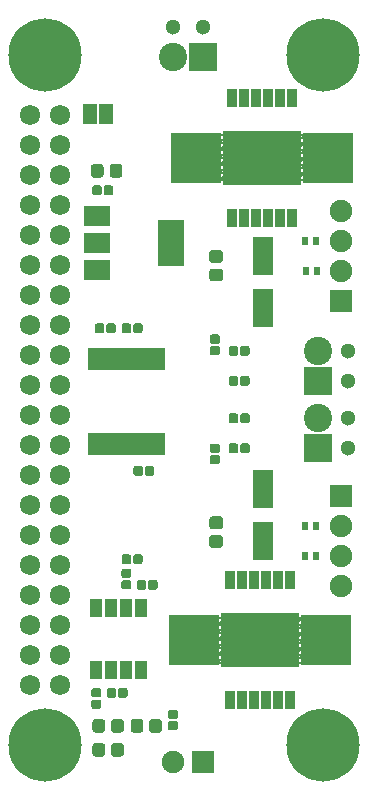
<source format=gts>
G04 #@! TF.GenerationSoftware,KiCad,Pcbnew,(5.0.0-3-g5ebb6b6)*
G04 #@! TF.CreationDate,2018-12-09T19:08:03+00:00*
G04 #@! TF.ProjectId,Motor Shield,4D6F746F7220536869656C642E6B6963,rev?*
G04 #@! TF.SameCoordinates,Original*
G04 #@! TF.FileFunction,Soldermask,Top*
G04 #@! TF.FilePolarity,Negative*
%FSLAX46Y46*%
G04 Gerber Fmt 4.6, Leading zero omitted, Abs format (unit mm)*
G04 Created by KiCad (PCBNEW (5.0.0-3-g5ebb6b6)) date 2018 December 09, Sunday 19:08:03*
%MOMM*%
%LPD*%
G01*
G04 APERTURE LIST*
%ADD10C,0.150000*%
%ADD11R,0.600000X0.800000*%
%ADD12C,6.200000*%
%ADD13C,1.724000*%
%ADD14C,0.100000*%
%ADD15C,0.790000*%
%ADD16C,1.075000*%
%ADD17C,1.300000*%
%ADD18C,2.400000*%
%ADD19R,2.400000X2.400000*%
%ADD20R,2.200000X4.000000*%
%ADD21R,2.200000X1.700000*%
%ADD22R,1.900000X1.900000*%
%ADD23O,1.900000X1.900000*%
%ADD24R,0.650000X1.950000*%
%ADD25R,1.800000X3.200000*%
%ADD26R,1.200000X1.700000*%
%ADD27R,1.000000X1.650000*%
%ADD28R,4.200000X4.200000*%
%ADD29R,6.650000X4.600000*%
%ADD30R,0.850000X1.550000*%
G04 APERTURE END LIST*
D10*
G04 #@! TO.C,U2*
X161036000Y-120777000D02*
X159766000Y-120777000D01*
X159766000Y-121412000D02*
X161036000Y-120777000D01*
X161036000Y-121412000D02*
X159766000Y-121412000D01*
X159766000Y-122047000D02*
X161036000Y-121412000D01*
X161036000Y-122047000D02*
X159766000Y-122047000D01*
X159766000Y-122682000D02*
X161036000Y-122047000D01*
X161036000Y-122682000D02*
X159766000Y-122682000D01*
X159766000Y-123317000D02*
X161036000Y-122682000D01*
X161036000Y-123317000D02*
X159766000Y-123317000D01*
X159766000Y-123952000D02*
X161036000Y-123317000D01*
X161036000Y-123952000D02*
X159766000Y-123952000D01*
X159766000Y-124587000D02*
X161036000Y-123952000D01*
X161036000Y-124587000D02*
X159766000Y-124587000D01*
X167386000Y-120777000D02*
X166116000Y-120777000D01*
X166116000Y-121412000D02*
X167386000Y-120777000D01*
X167386000Y-121412000D02*
X166116000Y-121412000D01*
X166116000Y-122047000D02*
X167386000Y-121412000D01*
X167386000Y-122047000D02*
X166116000Y-122047000D01*
X166116000Y-122682000D02*
X167386000Y-122047000D01*
X167386000Y-122682000D02*
X166116000Y-122682000D01*
X166116000Y-123317000D02*
X167386000Y-122682000D01*
X167386000Y-123317000D02*
X166116000Y-123317000D01*
X166116000Y-123952000D02*
X167386000Y-123317000D01*
X167386000Y-123952000D02*
X166116000Y-123952000D01*
X166116000Y-124587000D02*
X167386000Y-123952000D01*
X167386000Y-124587000D02*
X166116000Y-124587000D01*
G04 #@! TO.C,U1*
X166319200Y-83743800D02*
X167589200Y-83743800D01*
X167589200Y-83108800D02*
X166319200Y-83743800D01*
X166319200Y-83108800D02*
X167589200Y-83108800D01*
X167589200Y-82473800D02*
X166319200Y-83108800D01*
X166319200Y-82473800D02*
X167589200Y-82473800D01*
X167589200Y-81838800D02*
X166319200Y-82473800D01*
X166319200Y-81838800D02*
X167589200Y-81838800D01*
X167589200Y-81203800D02*
X166319200Y-81838800D01*
X166319200Y-81203800D02*
X167589200Y-81203800D01*
X167589200Y-80568800D02*
X166319200Y-81203800D01*
X166319200Y-80568800D02*
X167589200Y-80568800D01*
X167589200Y-79933800D02*
X166319200Y-80568800D01*
X166319200Y-79933800D02*
X167589200Y-79933800D01*
X159969200Y-83743800D02*
X161239200Y-83743800D01*
X161239200Y-83108800D02*
X159969200Y-83743800D01*
X159969200Y-83108800D02*
X161239200Y-83108800D01*
X161239200Y-82473800D02*
X159969200Y-83108800D01*
X159969200Y-82473800D02*
X161239200Y-82473800D01*
X161239200Y-81838800D02*
X159969200Y-82473800D01*
X159969200Y-81838800D02*
X161239200Y-81838800D01*
X161239200Y-81203800D02*
X159969200Y-81838800D01*
X159969200Y-81203800D02*
X161239200Y-81203800D01*
X161239200Y-80568800D02*
X159969200Y-81203800D01*
X159969200Y-80568800D02*
X161239200Y-80568800D01*
X161239200Y-79933800D02*
X159969200Y-80568800D01*
X159969200Y-79933800D02*
X161239200Y-79933800D01*
G04 #@! TD*
D11*
G04 #@! TO.C,4.7k3*
X168286000Y-88900000D03*
X167386000Y-88900000D03*
G04 #@! TD*
G04 #@! TO.C,4.7k1*
X167502000Y-91440000D03*
X168402000Y-91440000D03*
G04 #@! TD*
D12*
G04 #@! TO.C,U4*
X168910000Y-73152000D03*
X168910000Y-131572000D03*
X145415000Y-73152000D03*
X145415000Y-131572000D03*
D13*
X144145000Y-78232000D03*
X146685000Y-78232000D03*
X144145000Y-80772000D03*
X146685000Y-80772000D03*
X144145000Y-83312000D03*
X146685000Y-83312000D03*
X144145000Y-85852000D03*
X146685000Y-85852000D03*
X144145000Y-88392000D03*
X146685000Y-88392000D03*
X144145000Y-90932000D03*
X146685000Y-90932000D03*
X144145000Y-93472000D03*
X146685000Y-93472000D03*
X144145000Y-96012000D03*
X146685000Y-96012000D03*
X144145000Y-98552000D03*
X146685000Y-98552000D03*
X144145000Y-101092000D03*
X146685000Y-101092000D03*
X144145000Y-103632000D03*
X146685000Y-103632000D03*
X144145000Y-106172000D03*
X146685000Y-106172000D03*
X144145000Y-108712000D03*
X146685000Y-108712000D03*
X144145000Y-111252000D03*
X146685000Y-111252000D03*
X144145000Y-113792000D03*
X146685000Y-113792000D03*
X144145000Y-116332000D03*
X146685000Y-116332000D03*
X144145000Y-118872000D03*
X146685000Y-118872000D03*
X144145000Y-121412000D03*
X146685000Y-121412000D03*
X144145000Y-123952000D03*
X146685000Y-123952000D03*
X144145000Y-126492000D03*
X146685000Y-126492000D03*
G04 #@! TD*
D14*
G04 #@! TO.C,R1*
G36*
X149995858Y-84162951D02*
X150015030Y-84165795D01*
X150033831Y-84170504D01*
X150052080Y-84177034D01*
X150069601Y-84185321D01*
X150086225Y-84195285D01*
X150101793Y-84206830D01*
X150116154Y-84219846D01*
X150129170Y-84234207D01*
X150140715Y-84249775D01*
X150150679Y-84266399D01*
X150158966Y-84283920D01*
X150165496Y-84302169D01*
X150170205Y-84320970D01*
X150173049Y-84340142D01*
X150174000Y-84359500D01*
X150174000Y-84804500D01*
X150173049Y-84823858D01*
X150170205Y-84843030D01*
X150165496Y-84861831D01*
X150158966Y-84880080D01*
X150150679Y-84897601D01*
X150140715Y-84914225D01*
X150129170Y-84929793D01*
X150116154Y-84944154D01*
X150101793Y-84957170D01*
X150086225Y-84968715D01*
X150069601Y-84978679D01*
X150052080Y-84986966D01*
X150033831Y-84993496D01*
X150015030Y-84998205D01*
X149995858Y-85001049D01*
X149976500Y-85002000D01*
X149581500Y-85002000D01*
X149562142Y-85001049D01*
X149542970Y-84998205D01*
X149524169Y-84993496D01*
X149505920Y-84986966D01*
X149488399Y-84978679D01*
X149471775Y-84968715D01*
X149456207Y-84957170D01*
X149441846Y-84944154D01*
X149428830Y-84929793D01*
X149417285Y-84914225D01*
X149407321Y-84897601D01*
X149399034Y-84880080D01*
X149392504Y-84861831D01*
X149387795Y-84843030D01*
X149384951Y-84823858D01*
X149384000Y-84804500D01*
X149384000Y-84359500D01*
X149384951Y-84340142D01*
X149387795Y-84320970D01*
X149392504Y-84302169D01*
X149399034Y-84283920D01*
X149407321Y-84266399D01*
X149417285Y-84249775D01*
X149428830Y-84234207D01*
X149441846Y-84219846D01*
X149456207Y-84206830D01*
X149471775Y-84195285D01*
X149488399Y-84185321D01*
X149505920Y-84177034D01*
X149524169Y-84170504D01*
X149542970Y-84165795D01*
X149562142Y-84162951D01*
X149581500Y-84162000D01*
X149976500Y-84162000D01*
X149995858Y-84162951D01*
X149995858Y-84162951D01*
G37*
D15*
X149779000Y-84582000D03*
D14*
G36*
X150965858Y-84162951D02*
X150985030Y-84165795D01*
X151003831Y-84170504D01*
X151022080Y-84177034D01*
X151039601Y-84185321D01*
X151056225Y-84195285D01*
X151071793Y-84206830D01*
X151086154Y-84219846D01*
X151099170Y-84234207D01*
X151110715Y-84249775D01*
X151120679Y-84266399D01*
X151128966Y-84283920D01*
X151135496Y-84302169D01*
X151140205Y-84320970D01*
X151143049Y-84340142D01*
X151144000Y-84359500D01*
X151144000Y-84804500D01*
X151143049Y-84823858D01*
X151140205Y-84843030D01*
X151135496Y-84861831D01*
X151128966Y-84880080D01*
X151120679Y-84897601D01*
X151110715Y-84914225D01*
X151099170Y-84929793D01*
X151086154Y-84944154D01*
X151071793Y-84957170D01*
X151056225Y-84968715D01*
X151039601Y-84978679D01*
X151022080Y-84986966D01*
X151003831Y-84993496D01*
X150985030Y-84998205D01*
X150965858Y-85001049D01*
X150946500Y-85002000D01*
X150551500Y-85002000D01*
X150532142Y-85001049D01*
X150512970Y-84998205D01*
X150494169Y-84993496D01*
X150475920Y-84986966D01*
X150458399Y-84978679D01*
X150441775Y-84968715D01*
X150426207Y-84957170D01*
X150411846Y-84944154D01*
X150398830Y-84929793D01*
X150387285Y-84914225D01*
X150377321Y-84897601D01*
X150369034Y-84880080D01*
X150362504Y-84861831D01*
X150357795Y-84843030D01*
X150354951Y-84823858D01*
X150354000Y-84804500D01*
X150354000Y-84359500D01*
X150354951Y-84340142D01*
X150357795Y-84320970D01*
X150362504Y-84302169D01*
X150369034Y-84283920D01*
X150377321Y-84266399D01*
X150387285Y-84249775D01*
X150398830Y-84234207D01*
X150411846Y-84219846D01*
X150426207Y-84206830D01*
X150441775Y-84195285D01*
X150458399Y-84185321D01*
X150475920Y-84177034D01*
X150494169Y-84170504D01*
X150512970Y-84165795D01*
X150532142Y-84162951D01*
X150551500Y-84162000D01*
X150946500Y-84162000D01*
X150965858Y-84162951D01*
X150965858Y-84162951D01*
G37*
D15*
X150749000Y-84582000D03*
G04 #@! TD*
D14*
G04 #@! TO.C,D3*
G36*
X151679092Y-82357294D02*
X151705181Y-82361164D01*
X151730764Y-82367572D01*
X151755596Y-82376457D01*
X151779438Y-82387734D01*
X151802060Y-82401293D01*
X151823243Y-82417003D01*
X151842785Y-82434715D01*
X151860497Y-82454257D01*
X151876207Y-82475440D01*
X151889766Y-82498062D01*
X151901043Y-82521904D01*
X151909928Y-82546736D01*
X151916336Y-82572319D01*
X151920206Y-82598408D01*
X151921500Y-82624750D01*
X151921500Y-83237250D01*
X151920206Y-83263592D01*
X151916336Y-83289681D01*
X151909928Y-83315264D01*
X151901043Y-83340096D01*
X151889766Y-83363938D01*
X151876207Y-83386560D01*
X151860497Y-83407743D01*
X151842785Y-83427285D01*
X151823243Y-83444997D01*
X151802060Y-83460707D01*
X151779438Y-83474266D01*
X151755596Y-83485543D01*
X151730764Y-83494428D01*
X151705181Y-83500836D01*
X151679092Y-83504706D01*
X151652750Y-83506000D01*
X151115250Y-83506000D01*
X151088908Y-83504706D01*
X151062819Y-83500836D01*
X151037236Y-83494428D01*
X151012404Y-83485543D01*
X150988562Y-83474266D01*
X150965940Y-83460707D01*
X150944757Y-83444997D01*
X150925215Y-83427285D01*
X150907503Y-83407743D01*
X150891793Y-83386560D01*
X150878234Y-83363938D01*
X150866957Y-83340096D01*
X150858072Y-83315264D01*
X150851664Y-83289681D01*
X150847794Y-83263592D01*
X150846500Y-83237250D01*
X150846500Y-82624750D01*
X150847794Y-82598408D01*
X150851664Y-82572319D01*
X150858072Y-82546736D01*
X150866957Y-82521904D01*
X150878234Y-82498062D01*
X150891793Y-82475440D01*
X150907503Y-82454257D01*
X150925215Y-82434715D01*
X150944757Y-82417003D01*
X150965940Y-82401293D01*
X150988562Y-82387734D01*
X151012404Y-82376457D01*
X151037236Y-82367572D01*
X151062819Y-82361164D01*
X151088908Y-82357294D01*
X151115250Y-82356000D01*
X151652750Y-82356000D01*
X151679092Y-82357294D01*
X151679092Y-82357294D01*
G37*
D16*
X151384000Y-82931000D03*
D14*
G36*
X150104092Y-82357294D02*
X150130181Y-82361164D01*
X150155764Y-82367572D01*
X150180596Y-82376457D01*
X150204438Y-82387734D01*
X150227060Y-82401293D01*
X150248243Y-82417003D01*
X150267785Y-82434715D01*
X150285497Y-82454257D01*
X150301207Y-82475440D01*
X150314766Y-82498062D01*
X150326043Y-82521904D01*
X150334928Y-82546736D01*
X150341336Y-82572319D01*
X150345206Y-82598408D01*
X150346500Y-82624750D01*
X150346500Y-83237250D01*
X150345206Y-83263592D01*
X150341336Y-83289681D01*
X150334928Y-83315264D01*
X150326043Y-83340096D01*
X150314766Y-83363938D01*
X150301207Y-83386560D01*
X150285497Y-83407743D01*
X150267785Y-83427285D01*
X150248243Y-83444997D01*
X150227060Y-83460707D01*
X150204438Y-83474266D01*
X150180596Y-83485543D01*
X150155764Y-83494428D01*
X150130181Y-83500836D01*
X150104092Y-83504706D01*
X150077750Y-83506000D01*
X149540250Y-83506000D01*
X149513908Y-83504706D01*
X149487819Y-83500836D01*
X149462236Y-83494428D01*
X149437404Y-83485543D01*
X149413562Y-83474266D01*
X149390940Y-83460707D01*
X149369757Y-83444997D01*
X149350215Y-83427285D01*
X149332503Y-83407743D01*
X149316793Y-83386560D01*
X149303234Y-83363938D01*
X149291957Y-83340096D01*
X149283072Y-83315264D01*
X149276664Y-83289681D01*
X149272794Y-83263592D01*
X149271500Y-83237250D01*
X149271500Y-82624750D01*
X149272794Y-82598408D01*
X149276664Y-82572319D01*
X149283072Y-82546736D01*
X149291957Y-82521904D01*
X149303234Y-82498062D01*
X149316793Y-82475440D01*
X149332503Y-82454257D01*
X149350215Y-82434715D01*
X149369757Y-82417003D01*
X149390940Y-82401293D01*
X149413562Y-82387734D01*
X149437404Y-82376457D01*
X149462236Y-82367572D01*
X149487819Y-82361164D01*
X149513908Y-82357294D01*
X149540250Y-82356000D01*
X150077750Y-82356000D01*
X150104092Y-82357294D01*
X150104092Y-82357294D01*
G37*
D16*
X149809000Y-82931000D03*
G04 #@! TD*
D17*
G04 #@! TO.C,J4*
X171069000Y-103886000D03*
D18*
X168529000Y-103886000D03*
D17*
X171069000Y-106426000D03*
D19*
X168529000Y-106426000D03*
G04 #@! TD*
G04 #@! TO.C,J5*
X168529000Y-100711000D03*
D17*
X171069000Y-100711000D03*
D18*
X168529000Y-98171000D03*
D17*
X171069000Y-98171000D03*
G04 #@! TD*
D20*
G04 #@! TO.C,Q1*
X156083000Y-89027000D03*
D21*
X149783000Y-89027000D03*
X149783000Y-91327000D03*
X149783000Y-86727000D03*
G04 #@! TD*
D22*
G04 #@! TO.C,J3*
X158750000Y-132969000D03*
D23*
X156210000Y-132969000D03*
G04 #@! TD*
D24*
G04 #@! TO.C,U3*
X155198000Y-98889000D03*
X154548000Y-98889000D03*
X153898000Y-98889000D03*
X153248000Y-98889000D03*
X152598000Y-98889000D03*
X151948000Y-98889000D03*
X151298000Y-98889000D03*
X150648000Y-98889000D03*
X149998000Y-98889000D03*
X149348000Y-98889000D03*
X149348000Y-106089000D03*
X149998000Y-106089000D03*
X150648000Y-106089000D03*
X151298000Y-106089000D03*
X151948000Y-106089000D03*
X152598000Y-106089000D03*
X153248000Y-106089000D03*
X153898000Y-106089000D03*
X154548000Y-106089000D03*
X155198000Y-106089000D03*
G04 #@! TD*
D22*
G04 #@! TO.C,J6*
X170434000Y-93980000D03*
D23*
X170434000Y-91440000D03*
X170434000Y-88900000D03*
X170434000Y-86360000D03*
G04 #@! TD*
G04 #@! TO.C,J7*
X170434000Y-118110000D03*
X170434000Y-115570000D03*
X170434000Y-113030000D03*
D22*
X170434000Y-110490000D03*
G04 #@! TD*
D19*
G04 #@! TO.C,J1*
X158750000Y-73279000D03*
D17*
X158750000Y-70739000D03*
D18*
X156210000Y-73279000D03*
D17*
X156210000Y-70739000D03*
G04 #@! TD*
D25*
G04 #@! TO.C,C1*
X163830000Y-94570000D03*
X163830000Y-90170000D03*
G04 #@! TD*
G04 #@! TO.C,C2*
X163830000Y-114300000D03*
X163830000Y-109900000D03*
G04 #@! TD*
D14*
G04 #@! TO.C,D1*
G36*
X160200192Y-89633594D02*
X160226281Y-89637464D01*
X160251864Y-89643872D01*
X160276696Y-89652757D01*
X160300538Y-89664034D01*
X160323160Y-89677593D01*
X160344343Y-89693303D01*
X160363885Y-89711015D01*
X160381597Y-89730557D01*
X160397307Y-89751740D01*
X160410866Y-89774362D01*
X160422143Y-89798204D01*
X160431028Y-89823036D01*
X160437436Y-89848619D01*
X160441306Y-89874708D01*
X160442600Y-89901050D01*
X160442600Y-90438550D01*
X160441306Y-90464892D01*
X160437436Y-90490981D01*
X160431028Y-90516564D01*
X160422143Y-90541396D01*
X160410866Y-90565238D01*
X160397307Y-90587860D01*
X160381597Y-90609043D01*
X160363885Y-90628585D01*
X160344343Y-90646297D01*
X160323160Y-90662007D01*
X160300538Y-90675566D01*
X160276696Y-90686843D01*
X160251864Y-90695728D01*
X160226281Y-90702136D01*
X160200192Y-90706006D01*
X160173850Y-90707300D01*
X159561350Y-90707300D01*
X159535008Y-90706006D01*
X159508919Y-90702136D01*
X159483336Y-90695728D01*
X159458504Y-90686843D01*
X159434662Y-90675566D01*
X159412040Y-90662007D01*
X159390857Y-90646297D01*
X159371315Y-90628585D01*
X159353603Y-90609043D01*
X159337893Y-90587860D01*
X159324334Y-90565238D01*
X159313057Y-90541396D01*
X159304172Y-90516564D01*
X159297764Y-90490981D01*
X159293894Y-90464892D01*
X159292600Y-90438550D01*
X159292600Y-89901050D01*
X159293894Y-89874708D01*
X159297764Y-89848619D01*
X159304172Y-89823036D01*
X159313057Y-89798204D01*
X159324334Y-89774362D01*
X159337893Y-89751740D01*
X159353603Y-89730557D01*
X159371315Y-89711015D01*
X159390857Y-89693303D01*
X159412040Y-89677593D01*
X159434662Y-89664034D01*
X159458504Y-89652757D01*
X159483336Y-89643872D01*
X159508919Y-89637464D01*
X159535008Y-89633594D01*
X159561350Y-89632300D01*
X160173850Y-89632300D01*
X160200192Y-89633594D01*
X160200192Y-89633594D01*
G37*
D16*
X159867600Y-90169800D03*
D14*
G36*
X160200192Y-91208594D02*
X160226281Y-91212464D01*
X160251864Y-91218872D01*
X160276696Y-91227757D01*
X160300538Y-91239034D01*
X160323160Y-91252593D01*
X160344343Y-91268303D01*
X160363885Y-91286015D01*
X160381597Y-91305557D01*
X160397307Y-91326740D01*
X160410866Y-91349362D01*
X160422143Y-91373204D01*
X160431028Y-91398036D01*
X160437436Y-91423619D01*
X160441306Y-91449708D01*
X160442600Y-91476050D01*
X160442600Y-92013550D01*
X160441306Y-92039892D01*
X160437436Y-92065981D01*
X160431028Y-92091564D01*
X160422143Y-92116396D01*
X160410866Y-92140238D01*
X160397307Y-92162860D01*
X160381597Y-92184043D01*
X160363885Y-92203585D01*
X160344343Y-92221297D01*
X160323160Y-92237007D01*
X160300538Y-92250566D01*
X160276696Y-92261843D01*
X160251864Y-92270728D01*
X160226281Y-92277136D01*
X160200192Y-92281006D01*
X160173850Y-92282300D01*
X159561350Y-92282300D01*
X159535008Y-92281006D01*
X159508919Y-92277136D01*
X159483336Y-92270728D01*
X159458504Y-92261843D01*
X159434662Y-92250566D01*
X159412040Y-92237007D01*
X159390857Y-92221297D01*
X159371315Y-92203585D01*
X159353603Y-92184043D01*
X159337893Y-92162860D01*
X159324334Y-92140238D01*
X159313057Y-92116396D01*
X159304172Y-92091564D01*
X159297764Y-92065981D01*
X159293894Y-92039892D01*
X159292600Y-92013550D01*
X159292600Y-91476050D01*
X159293894Y-91449708D01*
X159297764Y-91423619D01*
X159304172Y-91398036D01*
X159313057Y-91373204D01*
X159324334Y-91349362D01*
X159337893Y-91326740D01*
X159353603Y-91305557D01*
X159371315Y-91286015D01*
X159390857Y-91268303D01*
X159412040Y-91252593D01*
X159434662Y-91239034D01*
X159458504Y-91227757D01*
X159483336Y-91218872D01*
X159508919Y-91212464D01*
X159535008Y-91208594D01*
X159561350Y-91207300D01*
X160173850Y-91207300D01*
X160200192Y-91208594D01*
X160200192Y-91208594D01*
G37*
D16*
X159867600Y-91744800D03*
G04 #@! TD*
D14*
G04 #@! TO.C,D2*
G36*
X160200192Y-112188794D02*
X160226281Y-112192664D01*
X160251864Y-112199072D01*
X160276696Y-112207957D01*
X160300538Y-112219234D01*
X160323160Y-112232793D01*
X160344343Y-112248503D01*
X160363885Y-112266215D01*
X160381597Y-112285757D01*
X160397307Y-112306940D01*
X160410866Y-112329562D01*
X160422143Y-112353404D01*
X160431028Y-112378236D01*
X160437436Y-112403819D01*
X160441306Y-112429908D01*
X160442600Y-112456250D01*
X160442600Y-112993750D01*
X160441306Y-113020092D01*
X160437436Y-113046181D01*
X160431028Y-113071764D01*
X160422143Y-113096596D01*
X160410866Y-113120438D01*
X160397307Y-113143060D01*
X160381597Y-113164243D01*
X160363885Y-113183785D01*
X160344343Y-113201497D01*
X160323160Y-113217207D01*
X160300538Y-113230766D01*
X160276696Y-113242043D01*
X160251864Y-113250928D01*
X160226281Y-113257336D01*
X160200192Y-113261206D01*
X160173850Y-113262500D01*
X159561350Y-113262500D01*
X159535008Y-113261206D01*
X159508919Y-113257336D01*
X159483336Y-113250928D01*
X159458504Y-113242043D01*
X159434662Y-113230766D01*
X159412040Y-113217207D01*
X159390857Y-113201497D01*
X159371315Y-113183785D01*
X159353603Y-113164243D01*
X159337893Y-113143060D01*
X159324334Y-113120438D01*
X159313057Y-113096596D01*
X159304172Y-113071764D01*
X159297764Y-113046181D01*
X159293894Y-113020092D01*
X159292600Y-112993750D01*
X159292600Y-112456250D01*
X159293894Y-112429908D01*
X159297764Y-112403819D01*
X159304172Y-112378236D01*
X159313057Y-112353404D01*
X159324334Y-112329562D01*
X159337893Y-112306940D01*
X159353603Y-112285757D01*
X159371315Y-112266215D01*
X159390857Y-112248503D01*
X159412040Y-112232793D01*
X159434662Y-112219234D01*
X159458504Y-112207957D01*
X159483336Y-112199072D01*
X159508919Y-112192664D01*
X159535008Y-112188794D01*
X159561350Y-112187500D01*
X160173850Y-112187500D01*
X160200192Y-112188794D01*
X160200192Y-112188794D01*
G37*
D16*
X159867600Y-112725000D03*
D14*
G36*
X160200192Y-113763794D02*
X160226281Y-113767664D01*
X160251864Y-113774072D01*
X160276696Y-113782957D01*
X160300538Y-113794234D01*
X160323160Y-113807793D01*
X160344343Y-113823503D01*
X160363885Y-113841215D01*
X160381597Y-113860757D01*
X160397307Y-113881940D01*
X160410866Y-113904562D01*
X160422143Y-113928404D01*
X160431028Y-113953236D01*
X160437436Y-113978819D01*
X160441306Y-114004908D01*
X160442600Y-114031250D01*
X160442600Y-114568750D01*
X160441306Y-114595092D01*
X160437436Y-114621181D01*
X160431028Y-114646764D01*
X160422143Y-114671596D01*
X160410866Y-114695438D01*
X160397307Y-114718060D01*
X160381597Y-114739243D01*
X160363885Y-114758785D01*
X160344343Y-114776497D01*
X160323160Y-114792207D01*
X160300538Y-114805766D01*
X160276696Y-114817043D01*
X160251864Y-114825928D01*
X160226281Y-114832336D01*
X160200192Y-114836206D01*
X160173850Y-114837500D01*
X159561350Y-114837500D01*
X159535008Y-114836206D01*
X159508919Y-114832336D01*
X159483336Y-114825928D01*
X159458504Y-114817043D01*
X159434662Y-114805766D01*
X159412040Y-114792207D01*
X159390857Y-114776497D01*
X159371315Y-114758785D01*
X159353603Y-114739243D01*
X159337893Y-114718060D01*
X159324334Y-114695438D01*
X159313057Y-114671596D01*
X159304172Y-114646764D01*
X159297764Y-114621181D01*
X159293894Y-114595092D01*
X159292600Y-114568750D01*
X159292600Y-114031250D01*
X159293894Y-114004908D01*
X159297764Y-113978819D01*
X159304172Y-113953236D01*
X159313057Y-113928404D01*
X159324334Y-113904562D01*
X159337893Y-113881940D01*
X159353603Y-113860757D01*
X159371315Y-113841215D01*
X159390857Y-113823503D01*
X159412040Y-113807793D01*
X159434662Y-113794234D01*
X159458504Y-113782957D01*
X159483336Y-113774072D01*
X159508919Y-113767664D01*
X159535008Y-113763794D01*
X159561350Y-113762500D01*
X160173850Y-113762500D01*
X160200192Y-113763794D01*
X160200192Y-113763794D01*
G37*
D16*
X159867600Y-114300000D03*
G04 #@! TD*
D14*
G04 #@! TO.C,C3*
G36*
X160007858Y-96783951D02*
X160027030Y-96786795D01*
X160045831Y-96791504D01*
X160064080Y-96798034D01*
X160081601Y-96806321D01*
X160098225Y-96816285D01*
X160113793Y-96827830D01*
X160128154Y-96840846D01*
X160141170Y-96855207D01*
X160152715Y-96870775D01*
X160162679Y-96887399D01*
X160170966Y-96904920D01*
X160177496Y-96923169D01*
X160182205Y-96941970D01*
X160185049Y-96961142D01*
X160186000Y-96980500D01*
X160186000Y-97375500D01*
X160185049Y-97394858D01*
X160182205Y-97414030D01*
X160177496Y-97432831D01*
X160170966Y-97451080D01*
X160162679Y-97468601D01*
X160152715Y-97485225D01*
X160141170Y-97500793D01*
X160128154Y-97515154D01*
X160113793Y-97528170D01*
X160098225Y-97539715D01*
X160081601Y-97549679D01*
X160064080Y-97557966D01*
X160045831Y-97564496D01*
X160027030Y-97569205D01*
X160007858Y-97572049D01*
X159988500Y-97573000D01*
X159543500Y-97573000D01*
X159524142Y-97572049D01*
X159504970Y-97569205D01*
X159486169Y-97564496D01*
X159467920Y-97557966D01*
X159450399Y-97549679D01*
X159433775Y-97539715D01*
X159418207Y-97528170D01*
X159403846Y-97515154D01*
X159390830Y-97500793D01*
X159379285Y-97485225D01*
X159369321Y-97468601D01*
X159361034Y-97451080D01*
X159354504Y-97432831D01*
X159349795Y-97414030D01*
X159346951Y-97394858D01*
X159346000Y-97375500D01*
X159346000Y-96980500D01*
X159346951Y-96961142D01*
X159349795Y-96941970D01*
X159354504Y-96923169D01*
X159361034Y-96904920D01*
X159369321Y-96887399D01*
X159379285Y-96870775D01*
X159390830Y-96855207D01*
X159403846Y-96840846D01*
X159418207Y-96827830D01*
X159433775Y-96816285D01*
X159450399Y-96806321D01*
X159467920Y-96798034D01*
X159486169Y-96791504D01*
X159504970Y-96786795D01*
X159524142Y-96783951D01*
X159543500Y-96783000D01*
X159988500Y-96783000D01*
X160007858Y-96783951D01*
X160007858Y-96783951D01*
G37*
D15*
X159766000Y-97178000D03*
D14*
G36*
X160007858Y-97753951D02*
X160027030Y-97756795D01*
X160045831Y-97761504D01*
X160064080Y-97768034D01*
X160081601Y-97776321D01*
X160098225Y-97786285D01*
X160113793Y-97797830D01*
X160128154Y-97810846D01*
X160141170Y-97825207D01*
X160152715Y-97840775D01*
X160162679Y-97857399D01*
X160170966Y-97874920D01*
X160177496Y-97893169D01*
X160182205Y-97911970D01*
X160185049Y-97931142D01*
X160186000Y-97950500D01*
X160186000Y-98345500D01*
X160185049Y-98364858D01*
X160182205Y-98384030D01*
X160177496Y-98402831D01*
X160170966Y-98421080D01*
X160162679Y-98438601D01*
X160152715Y-98455225D01*
X160141170Y-98470793D01*
X160128154Y-98485154D01*
X160113793Y-98498170D01*
X160098225Y-98509715D01*
X160081601Y-98519679D01*
X160064080Y-98527966D01*
X160045831Y-98534496D01*
X160027030Y-98539205D01*
X160007858Y-98542049D01*
X159988500Y-98543000D01*
X159543500Y-98543000D01*
X159524142Y-98542049D01*
X159504970Y-98539205D01*
X159486169Y-98534496D01*
X159467920Y-98527966D01*
X159450399Y-98519679D01*
X159433775Y-98509715D01*
X159418207Y-98498170D01*
X159403846Y-98485154D01*
X159390830Y-98470793D01*
X159379285Y-98455225D01*
X159369321Y-98438601D01*
X159361034Y-98421080D01*
X159354504Y-98402831D01*
X159349795Y-98384030D01*
X159346951Y-98364858D01*
X159346000Y-98345500D01*
X159346000Y-97950500D01*
X159346951Y-97931142D01*
X159349795Y-97911970D01*
X159354504Y-97893169D01*
X159361034Y-97874920D01*
X159369321Y-97857399D01*
X159379285Y-97840775D01*
X159390830Y-97825207D01*
X159403846Y-97810846D01*
X159418207Y-97797830D01*
X159433775Y-97786285D01*
X159450399Y-97776321D01*
X159467920Y-97768034D01*
X159486169Y-97761504D01*
X159504970Y-97756795D01*
X159524142Y-97753951D01*
X159543500Y-97753000D01*
X159988500Y-97753000D01*
X160007858Y-97753951D01*
X160007858Y-97753951D01*
G37*
D15*
X159766000Y-98148000D03*
G04 #@! TD*
D14*
G04 #@! TO.C,C4*
G36*
X160007858Y-106031951D02*
X160027030Y-106034795D01*
X160045831Y-106039504D01*
X160064080Y-106046034D01*
X160081601Y-106054321D01*
X160098225Y-106064285D01*
X160113793Y-106075830D01*
X160128154Y-106088846D01*
X160141170Y-106103207D01*
X160152715Y-106118775D01*
X160162679Y-106135399D01*
X160170966Y-106152920D01*
X160177496Y-106171169D01*
X160182205Y-106189970D01*
X160185049Y-106209142D01*
X160186000Y-106228500D01*
X160186000Y-106623500D01*
X160185049Y-106642858D01*
X160182205Y-106662030D01*
X160177496Y-106680831D01*
X160170966Y-106699080D01*
X160162679Y-106716601D01*
X160152715Y-106733225D01*
X160141170Y-106748793D01*
X160128154Y-106763154D01*
X160113793Y-106776170D01*
X160098225Y-106787715D01*
X160081601Y-106797679D01*
X160064080Y-106805966D01*
X160045831Y-106812496D01*
X160027030Y-106817205D01*
X160007858Y-106820049D01*
X159988500Y-106821000D01*
X159543500Y-106821000D01*
X159524142Y-106820049D01*
X159504970Y-106817205D01*
X159486169Y-106812496D01*
X159467920Y-106805966D01*
X159450399Y-106797679D01*
X159433775Y-106787715D01*
X159418207Y-106776170D01*
X159403846Y-106763154D01*
X159390830Y-106748793D01*
X159379285Y-106733225D01*
X159369321Y-106716601D01*
X159361034Y-106699080D01*
X159354504Y-106680831D01*
X159349795Y-106662030D01*
X159346951Y-106642858D01*
X159346000Y-106623500D01*
X159346000Y-106228500D01*
X159346951Y-106209142D01*
X159349795Y-106189970D01*
X159354504Y-106171169D01*
X159361034Y-106152920D01*
X159369321Y-106135399D01*
X159379285Y-106118775D01*
X159390830Y-106103207D01*
X159403846Y-106088846D01*
X159418207Y-106075830D01*
X159433775Y-106064285D01*
X159450399Y-106054321D01*
X159467920Y-106046034D01*
X159486169Y-106039504D01*
X159504970Y-106034795D01*
X159524142Y-106031951D01*
X159543500Y-106031000D01*
X159988500Y-106031000D01*
X160007858Y-106031951D01*
X160007858Y-106031951D01*
G37*
D15*
X159766000Y-106426000D03*
D14*
G36*
X160007858Y-107001951D02*
X160027030Y-107004795D01*
X160045831Y-107009504D01*
X160064080Y-107016034D01*
X160081601Y-107024321D01*
X160098225Y-107034285D01*
X160113793Y-107045830D01*
X160128154Y-107058846D01*
X160141170Y-107073207D01*
X160152715Y-107088775D01*
X160162679Y-107105399D01*
X160170966Y-107122920D01*
X160177496Y-107141169D01*
X160182205Y-107159970D01*
X160185049Y-107179142D01*
X160186000Y-107198500D01*
X160186000Y-107593500D01*
X160185049Y-107612858D01*
X160182205Y-107632030D01*
X160177496Y-107650831D01*
X160170966Y-107669080D01*
X160162679Y-107686601D01*
X160152715Y-107703225D01*
X160141170Y-107718793D01*
X160128154Y-107733154D01*
X160113793Y-107746170D01*
X160098225Y-107757715D01*
X160081601Y-107767679D01*
X160064080Y-107775966D01*
X160045831Y-107782496D01*
X160027030Y-107787205D01*
X160007858Y-107790049D01*
X159988500Y-107791000D01*
X159543500Y-107791000D01*
X159524142Y-107790049D01*
X159504970Y-107787205D01*
X159486169Y-107782496D01*
X159467920Y-107775966D01*
X159450399Y-107767679D01*
X159433775Y-107757715D01*
X159418207Y-107746170D01*
X159403846Y-107733154D01*
X159390830Y-107718793D01*
X159379285Y-107703225D01*
X159369321Y-107686601D01*
X159361034Y-107669080D01*
X159354504Y-107650831D01*
X159349795Y-107632030D01*
X159346951Y-107612858D01*
X159346000Y-107593500D01*
X159346000Y-107198500D01*
X159346951Y-107179142D01*
X159349795Y-107159970D01*
X159354504Y-107141169D01*
X159361034Y-107122920D01*
X159369321Y-107105399D01*
X159379285Y-107088775D01*
X159390830Y-107073207D01*
X159403846Y-107058846D01*
X159418207Y-107045830D01*
X159433775Y-107034285D01*
X159450399Y-107024321D01*
X159467920Y-107016034D01*
X159486169Y-107009504D01*
X159504970Y-107004795D01*
X159524142Y-107001951D01*
X159543500Y-107001000D01*
X159988500Y-107001000D01*
X160007858Y-107001951D01*
X160007858Y-107001951D01*
G37*
D15*
X159766000Y-107396000D03*
G04 #@! TD*
D26*
G04 #@! TO.C,JP1*
X150525000Y-78105000D03*
X149225000Y-78105000D03*
G04 #@! TD*
D14*
G04 #@! TO.C,R4*
G36*
X153480458Y-107911951D02*
X153499630Y-107914795D01*
X153518431Y-107919504D01*
X153536680Y-107926034D01*
X153554201Y-107934321D01*
X153570825Y-107944285D01*
X153586393Y-107955830D01*
X153600754Y-107968846D01*
X153613770Y-107983207D01*
X153625315Y-107998775D01*
X153635279Y-108015399D01*
X153643566Y-108032920D01*
X153650096Y-108051169D01*
X153654805Y-108069970D01*
X153657649Y-108089142D01*
X153658600Y-108108500D01*
X153658600Y-108553500D01*
X153657649Y-108572858D01*
X153654805Y-108592030D01*
X153650096Y-108610831D01*
X153643566Y-108629080D01*
X153635279Y-108646601D01*
X153625315Y-108663225D01*
X153613770Y-108678793D01*
X153600754Y-108693154D01*
X153586393Y-108706170D01*
X153570825Y-108717715D01*
X153554201Y-108727679D01*
X153536680Y-108735966D01*
X153518431Y-108742496D01*
X153499630Y-108747205D01*
X153480458Y-108750049D01*
X153461100Y-108751000D01*
X153066100Y-108751000D01*
X153046742Y-108750049D01*
X153027570Y-108747205D01*
X153008769Y-108742496D01*
X152990520Y-108735966D01*
X152972999Y-108727679D01*
X152956375Y-108717715D01*
X152940807Y-108706170D01*
X152926446Y-108693154D01*
X152913430Y-108678793D01*
X152901885Y-108663225D01*
X152891921Y-108646601D01*
X152883634Y-108629080D01*
X152877104Y-108610831D01*
X152872395Y-108592030D01*
X152869551Y-108572858D01*
X152868600Y-108553500D01*
X152868600Y-108108500D01*
X152869551Y-108089142D01*
X152872395Y-108069970D01*
X152877104Y-108051169D01*
X152883634Y-108032920D01*
X152891921Y-108015399D01*
X152901885Y-107998775D01*
X152913430Y-107983207D01*
X152926446Y-107968846D01*
X152940807Y-107955830D01*
X152956375Y-107944285D01*
X152972999Y-107934321D01*
X152990520Y-107926034D01*
X153008769Y-107919504D01*
X153027570Y-107914795D01*
X153046742Y-107911951D01*
X153066100Y-107911000D01*
X153461100Y-107911000D01*
X153480458Y-107911951D01*
X153480458Y-107911951D01*
G37*
D15*
X153263600Y-108331000D03*
D14*
G36*
X154450458Y-107911951D02*
X154469630Y-107914795D01*
X154488431Y-107919504D01*
X154506680Y-107926034D01*
X154524201Y-107934321D01*
X154540825Y-107944285D01*
X154556393Y-107955830D01*
X154570754Y-107968846D01*
X154583770Y-107983207D01*
X154595315Y-107998775D01*
X154605279Y-108015399D01*
X154613566Y-108032920D01*
X154620096Y-108051169D01*
X154624805Y-108069970D01*
X154627649Y-108089142D01*
X154628600Y-108108500D01*
X154628600Y-108553500D01*
X154627649Y-108572858D01*
X154624805Y-108592030D01*
X154620096Y-108610831D01*
X154613566Y-108629080D01*
X154605279Y-108646601D01*
X154595315Y-108663225D01*
X154583770Y-108678793D01*
X154570754Y-108693154D01*
X154556393Y-108706170D01*
X154540825Y-108717715D01*
X154524201Y-108727679D01*
X154506680Y-108735966D01*
X154488431Y-108742496D01*
X154469630Y-108747205D01*
X154450458Y-108750049D01*
X154431100Y-108751000D01*
X154036100Y-108751000D01*
X154016742Y-108750049D01*
X153997570Y-108747205D01*
X153978769Y-108742496D01*
X153960520Y-108735966D01*
X153942999Y-108727679D01*
X153926375Y-108717715D01*
X153910807Y-108706170D01*
X153896446Y-108693154D01*
X153883430Y-108678793D01*
X153871885Y-108663225D01*
X153861921Y-108646601D01*
X153853634Y-108629080D01*
X153847104Y-108610831D01*
X153842395Y-108592030D01*
X153839551Y-108572858D01*
X153838600Y-108553500D01*
X153838600Y-108108500D01*
X153839551Y-108089142D01*
X153842395Y-108069970D01*
X153847104Y-108051169D01*
X153853634Y-108032920D01*
X153861921Y-108015399D01*
X153871885Y-107998775D01*
X153883430Y-107983207D01*
X153896446Y-107968846D01*
X153910807Y-107955830D01*
X153926375Y-107944285D01*
X153942999Y-107934321D01*
X153960520Y-107926034D01*
X153978769Y-107919504D01*
X153997570Y-107914795D01*
X154016742Y-107911951D01*
X154036100Y-107911000D01*
X154431100Y-107911000D01*
X154450458Y-107911951D01*
X154450458Y-107911951D01*
G37*
D15*
X154233600Y-108331000D03*
G04 #@! TD*
D14*
G04 #@! TO.C,C5*
G36*
X162522858Y-100291951D02*
X162542030Y-100294795D01*
X162560831Y-100299504D01*
X162579080Y-100306034D01*
X162596601Y-100314321D01*
X162613225Y-100324285D01*
X162628793Y-100335830D01*
X162643154Y-100348846D01*
X162656170Y-100363207D01*
X162667715Y-100378775D01*
X162677679Y-100395399D01*
X162685966Y-100412920D01*
X162692496Y-100431169D01*
X162697205Y-100449970D01*
X162700049Y-100469142D01*
X162701000Y-100488500D01*
X162701000Y-100933500D01*
X162700049Y-100952858D01*
X162697205Y-100972030D01*
X162692496Y-100990831D01*
X162685966Y-101009080D01*
X162677679Y-101026601D01*
X162667715Y-101043225D01*
X162656170Y-101058793D01*
X162643154Y-101073154D01*
X162628793Y-101086170D01*
X162613225Y-101097715D01*
X162596601Y-101107679D01*
X162579080Y-101115966D01*
X162560831Y-101122496D01*
X162542030Y-101127205D01*
X162522858Y-101130049D01*
X162503500Y-101131000D01*
X162108500Y-101131000D01*
X162089142Y-101130049D01*
X162069970Y-101127205D01*
X162051169Y-101122496D01*
X162032920Y-101115966D01*
X162015399Y-101107679D01*
X161998775Y-101097715D01*
X161983207Y-101086170D01*
X161968846Y-101073154D01*
X161955830Y-101058793D01*
X161944285Y-101043225D01*
X161934321Y-101026601D01*
X161926034Y-101009080D01*
X161919504Y-100990831D01*
X161914795Y-100972030D01*
X161911951Y-100952858D01*
X161911000Y-100933500D01*
X161911000Y-100488500D01*
X161911951Y-100469142D01*
X161914795Y-100449970D01*
X161919504Y-100431169D01*
X161926034Y-100412920D01*
X161934321Y-100395399D01*
X161944285Y-100378775D01*
X161955830Y-100363207D01*
X161968846Y-100348846D01*
X161983207Y-100335830D01*
X161998775Y-100324285D01*
X162015399Y-100314321D01*
X162032920Y-100306034D01*
X162051169Y-100299504D01*
X162069970Y-100294795D01*
X162089142Y-100291951D01*
X162108500Y-100291000D01*
X162503500Y-100291000D01*
X162522858Y-100291951D01*
X162522858Y-100291951D01*
G37*
D15*
X162306000Y-100711000D03*
D14*
G36*
X161552858Y-100291951D02*
X161572030Y-100294795D01*
X161590831Y-100299504D01*
X161609080Y-100306034D01*
X161626601Y-100314321D01*
X161643225Y-100324285D01*
X161658793Y-100335830D01*
X161673154Y-100348846D01*
X161686170Y-100363207D01*
X161697715Y-100378775D01*
X161707679Y-100395399D01*
X161715966Y-100412920D01*
X161722496Y-100431169D01*
X161727205Y-100449970D01*
X161730049Y-100469142D01*
X161731000Y-100488500D01*
X161731000Y-100933500D01*
X161730049Y-100952858D01*
X161727205Y-100972030D01*
X161722496Y-100990831D01*
X161715966Y-101009080D01*
X161707679Y-101026601D01*
X161697715Y-101043225D01*
X161686170Y-101058793D01*
X161673154Y-101073154D01*
X161658793Y-101086170D01*
X161643225Y-101097715D01*
X161626601Y-101107679D01*
X161609080Y-101115966D01*
X161590831Y-101122496D01*
X161572030Y-101127205D01*
X161552858Y-101130049D01*
X161533500Y-101131000D01*
X161138500Y-101131000D01*
X161119142Y-101130049D01*
X161099970Y-101127205D01*
X161081169Y-101122496D01*
X161062920Y-101115966D01*
X161045399Y-101107679D01*
X161028775Y-101097715D01*
X161013207Y-101086170D01*
X160998846Y-101073154D01*
X160985830Y-101058793D01*
X160974285Y-101043225D01*
X160964321Y-101026601D01*
X160956034Y-101009080D01*
X160949504Y-100990831D01*
X160944795Y-100972030D01*
X160941951Y-100952858D01*
X160941000Y-100933500D01*
X160941000Y-100488500D01*
X160941951Y-100469142D01*
X160944795Y-100449970D01*
X160949504Y-100431169D01*
X160956034Y-100412920D01*
X160964321Y-100395399D01*
X160974285Y-100378775D01*
X160985830Y-100363207D01*
X160998846Y-100348846D01*
X161013207Y-100335830D01*
X161028775Y-100324285D01*
X161045399Y-100314321D01*
X161062920Y-100306034D01*
X161081169Y-100299504D01*
X161099970Y-100294795D01*
X161119142Y-100291951D01*
X161138500Y-100291000D01*
X161533500Y-100291000D01*
X161552858Y-100291951D01*
X161552858Y-100291951D01*
G37*
D15*
X161336000Y-100711000D03*
G04 #@! TD*
D14*
G04 #@! TO.C,C6*
G36*
X162522858Y-106006951D02*
X162542030Y-106009795D01*
X162560831Y-106014504D01*
X162579080Y-106021034D01*
X162596601Y-106029321D01*
X162613225Y-106039285D01*
X162628793Y-106050830D01*
X162643154Y-106063846D01*
X162656170Y-106078207D01*
X162667715Y-106093775D01*
X162677679Y-106110399D01*
X162685966Y-106127920D01*
X162692496Y-106146169D01*
X162697205Y-106164970D01*
X162700049Y-106184142D01*
X162701000Y-106203500D01*
X162701000Y-106648500D01*
X162700049Y-106667858D01*
X162697205Y-106687030D01*
X162692496Y-106705831D01*
X162685966Y-106724080D01*
X162677679Y-106741601D01*
X162667715Y-106758225D01*
X162656170Y-106773793D01*
X162643154Y-106788154D01*
X162628793Y-106801170D01*
X162613225Y-106812715D01*
X162596601Y-106822679D01*
X162579080Y-106830966D01*
X162560831Y-106837496D01*
X162542030Y-106842205D01*
X162522858Y-106845049D01*
X162503500Y-106846000D01*
X162108500Y-106846000D01*
X162089142Y-106845049D01*
X162069970Y-106842205D01*
X162051169Y-106837496D01*
X162032920Y-106830966D01*
X162015399Y-106822679D01*
X161998775Y-106812715D01*
X161983207Y-106801170D01*
X161968846Y-106788154D01*
X161955830Y-106773793D01*
X161944285Y-106758225D01*
X161934321Y-106741601D01*
X161926034Y-106724080D01*
X161919504Y-106705831D01*
X161914795Y-106687030D01*
X161911951Y-106667858D01*
X161911000Y-106648500D01*
X161911000Y-106203500D01*
X161911951Y-106184142D01*
X161914795Y-106164970D01*
X161919504Y-106146169D01*
X161926034Y-106127920D01*
X161934321Y-106110399D01*
X161944285Y-106093775D01*
X161955830Y-106078207D01*
X161968846Y-106063846D01*
X161983207Y-106050830D01*
X161998775Y-106039285D01*
X162015399Y-106029321D01*
X162032920Y-106021034D01*
X162051169Y-106014504D01*
X162069970Y-106009795D01*
X162089142Y-106006951D01*
X162108500Y-106006000D01*
X162503500Y-106006000D01*
X162522858Y-106006951D01*
X162522858Y-106006951D01*
G37*
D15*
X162306000Y-106426000D03*
D14*
G36*
X161552858Y-106006951D02*
X161572030Y-106009795D01*
X161590831Y-106014504D01*
X161609080Y-106021034D01*
X161626601Y-106029321D01*
X161643225Y-106039285D01*
X161658793Y-106050830D01*
X161673154Y-106063846D01*
X161686170Y-106078207D01*
X161697715Y-106093775D01*
X161707679Y-106110399D01*
X161715966Y-106127920D01*
X161722496Y-106146169D01*
X161727205Y-106164970D01*
X161730049Y-106184142D01*
X161731000Y-106203500D01*
X161731000Y-106648500D01*
X161730049Y-106667858D01*
X161727205Y-106687030D01*
X161722496Y-106705831D01*
X161715966Y-106724080D01*
X161707679Y-106741601D01*
X161697715Y-106758225D01*
X161686170Y-106773793D01*
X161673154Y-106788154D01*
X161658793Y-106801170D01*
X161643225Y-106812715D01*
X161626601Y-106822679D01*
X161609080Y-106830966D01*
X161590831Y-106837496D01*
X161572030Y-106842205D01*
X161552858Y-106845049D01*
X161533500Y-106846000D01*
X161138500Y-106846000D01*
X161119142Y-106845049D01*
X161099970Y-106842205D01*
X161081169Y-106837496D01*
X161062920Y-106830966D01*
X161045399Y-106822679D01*
X161028775Y-106812715D01*
X161013207Y-106801170D01*
X160998846Y-106788154D01*
X160985830Y-106773793D01*
X160974285Y-106758225D01*
X160964321Y-106741601D01*
X160956034Y-106724080D01*
X160949504Y-106705831D01*
X160944795Y-106687030D01*
X160941951Y-106667858D01*
X160941000Y-106648500D01*
X160941000Y-106203500D01*
X160941951Y-106184142D01*
X160944795Y-106164970D01*
X160949504Y-106146169D01*
X160956034Y-106127920D01*
X160964321Y-106110399D01*
X160974285Y-106093775D01*
X160985830Y-106078207D01*
X160998846Y-106063846D01*
X161013207Y-106050830D01*
X161028775Y-106039285D01*
X161045399Y-106029321D01*
X161062920Y-106021034D01*
X161081169Y-106014504D01*
X161099970Y-106009795D01*
X161119142Y-106006951D01*
X161138500Y-106006000D01*
X161533500Y-106006000D01*
X161552858Y-106006951D01*
X161552858Y-106006951D01*
G37*
D15*
X161336000Y-106426000D03*
G04 #@! TD*
D14*
G04 #@! TO.C,C7*
G36*
X161552858Y-97751951D02*
X161572030Y-97754795D01*
X161590831Y-97759504D01*
X161609080Y-97766034D01*
X161626601Y-97774321D01*
X161643225Y-97784285D01*
X161658793Y-97795830D01*
X161673154Y-97808846D01*
X161686170Y-97823207D01*
X161697715Y-97838775D01*
X161707679Y-97855399D01*
X161715966Y-97872920D01*
X161722496Y-97891169D01*
X161727205Y-97909970D01*
X161730049Y-97929142D01*
X161731000Y-97948500D01*
X161731000Y-98393500D01*
X161730049Y-98412858D01*
X161727205Y-98432030D01*
X161722496Y-98450831D01*
X161715966Y-98469080D01*
X161707679Y-98486601D01*
X161697715Y-98503225D01*
X161686170Y-98518793D01*
X161673154Y-98533154D01*
X161658793Y-98546170D01*
X161643225Y-98557715D01*
X161626601Y-98567679D01*
X161609080Y-98575966D01*
X161590831Y-98582496D01*
X161572030Y-98587205D01*
X161552858Y-98590049D01*
X161533500Y-98591000D01*
X161138500Y-98591000D01*
X161119142Y-98590049D01*
X161099970Y-98587205D01*
X161081169Y-98582496D01*
X161062920Y-98575966D01*
X161045399Y-98567679D01*
X161028775Y-98557715D01*
X161013207Y-98546170D01*
X160998846Y-98533154D01*
X160985830Y-98518793D01*
X160974285Y-98503225D01*
X160964321Y-98486601D01*
X160956034Y-98469080D01*
X160949504Y-98450831D01*
X160944795Y-98432030D01*
X160941951Y-98412858D01*
X160941000Y-98393500D01*
X160941000Y-97948500D01*
X160941951Y-97929142D01*
X160944795Y-97909970D01*
X160949504Y-97891169D01*
X160956034Y-97872920D01*
X160964321Y-97855399D01*
X160974285Y-97838775D01*
X160985830Y-97823207D01*
X160998846Y-97808846D01*
X161013207Y-97795830D01*
X161028775Y-97784285D01*
X161045399Y-97774321D01*
X161062920Y-97766034D01*
X161081169Y-97759504D01*
X161099970Y-97754795D01*
X161119142Y-97751951D01*
X161138500Y-97751000D01*
X161533500Y-97751000D01*
X161552858Y-97751951D01*
X161552858Y-97751951D01*
G37*
D15*
X161336000Y-98171000D03*
D14*
G36*
X162522858Y-97751951D02*
X162542030Y-97754795D01*
X162560831Y-97759504D01*
X162579080Y-97766034D01*
X162596601Y-97774321D01*
X162613225Y-97784285D01*
X162628793Y-97795830D01*
X162643154Y-97808846D01*
X162656170Y-97823207D01*
X162667715Y-97838775D01*
X162677679Y-97855399D01*
X162685966Y-97872920D01*
X162692496Y-97891169D01*
X162697205Y-97909970D01*
X162700049Y-97929142D01*
X162701000Y-97948500D01*
X162701000Y-98393500D01*
X162700049Y-98412858D01*
X162697205Y-98432030D01*
X162692496Y-98450831D01*
X162685966Y-98469080D01*
X162677679Y-98486601D01*
X162667715Y-98503225D01*
X162656170Y-98518793D01*
X162643154Y-98533154D01*
X162628793Y-98546170D01*
X162613225Y-98557715D01*
X162596601Y-98567679D01*
X162579080Y-98575966D01*
X162560831Y-98582496D01*
X162542030Y-98587205D01*
X162522858Y-98590049D01*
X162503500Y-98591000D01*
X162108500Y-98591000D01*
X162089142Y-98590049D01*
X162069970Y-98587205D01*
X162051169Y-98582496D01*
X162032920Y-98575966D01*
X162015399Y-98567679D01*
X161998775Y-98557715D01*
X161983207Y-98546170D01*
X161968846Y-98533154D01*
X161955830Y-98518793D01*
X161944285Y-98503225D01*
X161934321Y-98486601D01*
X161926034Y-98469080D01*
X161919504Y-98450831D01*
X161914795Y-98432030D01*
X161911951Y-98412858D01*
X161911000Y-98393500D01*
X161911000Y-97948500D01*
X161911951Y-97929142D01*
X161914795Y-97909970D01*
X161919504Y-97891169D01*
X161926034Y-97872920D01*
X161934321Y-97855399D01*
X161944285Y-97838775D01*
X161955830Y-97823207D01*
X161968846Y-97808846D01*
X161983207Y-97795830D01*
X161998775Y-97784285D01*
X162015399Y-97774321D01*
X162032920Y-97766034D01*
X162051169Y-97759504D01*
X162069970Y-97754795D01*
X162089142Y-97751951D01*
X162108500Y-97751000D01*
X162503500Y-97751000D01*
X162522858Y-97751951D01*
X162522858Y-97751951D01*
G37*
D15*
X162306000Y-98171000D03*
G04 #@! TD*
D14*
G04 #@! TO.C,C8*
G36*
X161552858Y-103466951D02*
X161572030Y-103469795D01*
X161590831Y-103474504D01*
X161609080Y-103481034D01*
X161626601Y-103489321D01*
X161643225Y-103499285D01*
X161658793Y-103510830D01*
X161673154Y-103523846D01*
X161686170Y-103538207D01*
X161697715Y-103553775D01*
X161707679Y-103570399D01*
X161715966Y-103587920D01*
X161722496Y-103606169D01*
X161727205Y-103624970D01*
X161730049Y-103644142D01*
X161731000Y-103663500D01*
X161731000Y-104108500D01*
X161730049Y-104127858D01*
X161727205Y-104147030D01*
X161722496Y-104165831D01*
X161715966Y-104184080D01*
X161707679Y-104201601D01*
X161697715Y-104218225D01*
X161686170Y-104233793D01*
X161673154Y-104248154D01*
X161658793Y-104261170D01*
X161643225Y-104272715D01*
X161626601Y-104282679D01*
X161609080Y-104290966D01*
X161590831Y-104297496D01*
X161572030Y-104302205D01*
X161552858Y-104305049D01*
X161533500Y-104306000D01*
X161138500Y-104306000D01*
X161119142Y-104305049D01*
X161099970Y-104302205D01*
X161081169Y-104297496D01*
X161062920Y-104290966D01*
X161045399Y-104282679D01*
X161028775Y-104272715D01*
X161013207Y-104261170D01*
X160998846Y-104248154D01*
X160985830Y-104233793D01*
X160974285Y-104218225D01*
X160964321Y-104201601D01*
X160956034Y-104184080D01*
X160949504Y-104165831D01*
X160944795Y-104147030D01*
X160941951Y-104127858D01*
X160941000Y-104108500D01*
X160941000Y-103663500D01*
X160941951Y-103644142D01*
X160944795Y-103624970D01*
X160949504Y-103606169D01*
X160956034Y-103587920D01*
X160964321Y-103570399D01*
X160974285Y-103553775D01*
X160985830Y-103538207D01*
X160998846Y-103523846D01*
X161013207Y-103510830D01*
X161028775Y-103499285D01*
X161045399Y-103489321D01*
X161062920Y-103481034D01*
X161081169Y-103474504D01*
X161099970Y-103469795D01*
X161119142Y-103466951D01*
X161138500Y-103466000D01*
X161533500Y-103466000D01*
X161552858Y-103466951D01*
X161552858Y-103466951D01*
G37*
D15*
X161336000Y-103886000D03*
D14*
G36*
X162522858Y-103466951D02*
X162542030Y-103469795D01*
X162560831Y-103474504D01*
X162579080Y-103481034D01*
X162596601Y-103489321D01*
X162613225Y-103499285D01*
X162628793Y-103510830D01*
X162643154Y-103523846D01*
X162656170Y-103538207D01*
X162667715Y-103553775D01*
X162677679Y-103570399D01*
X162685966Y-103587920D01*
X162692496Y-103606169D01*
X162697205Y-103624970D01*
X162700049Y-103644142D01*
X162701000Y-103663500D01*
X162701000Y-104108500D01*
X162700049Y-104127858D01*
X162697205Y-104147030D01*
X162692496Y-104165831D01*
X162685966Y-104184080D01*
X162677679Y-104201601D01*
X162667715Y-104218225D01*
X162656170Y-104233793D01*
X162643154Y-104248154D01*
X162628793Y-104261170D01*
X162613225Y-104272715D01*
X162596601Y-104282679D01*
X162579080Y-104290966D01*
X162560831Y-104297496D01*
X162542030Y-104302205D01*
X162522858Y-104305049D01*
X162503500Y-104306000D01*
X162108500Y-104306000D01*
X162089142Y-104305049D01*
X162069970Y-104302205D01*
X162051169Y-104297496D01*
X162032920Y-104290966D01*
X162015399Y-104282679D01*
X161998775Y-104272715D01*
X161983207Y-104261170D01*
X161968846Y-104248154D01*
X161955830Y-104233793D01*
X161944285Y-104218225D01*
X161934321Y-104201601D01*
X161926034Y-104184080D01*
X161919504Y-104165831D01*
X161914795Y-104147030D01*
X161911951Y-104127858D01*
X161911000Y-104108500D01*
X161911000Y-103663500D01*
X161911951Y-103644142D01*
X161914795Y-103624970D01*
X161919504Y-103606169D01*
X161926034Y-103587920D01*
X161934321Y-103570399D01*
X161944285Y-103553775D01*
X161955830Y-103538207D01*
X161968846Y-103523846D01*
X161983207Y-103510830D01*
X161998775Y-103499285D01*
X162015399Y-103489321D01*
X162032920Y-103481034D01*
X162051169Y-103474504D01*
X162069970Y-103469795D01*
X162089142Y-103466951D01*
X162108500Y-103466000D01*
X162503500Y-103466000D01*
X162522858Y-103466951D01*
X162522858Y-103466951D01*
G37*
D15*
X162306000Y-103886000D03*
G04 #@! TD*
D14*
G04 #@! TO.C,C11*
G36*
X151219858Y-126707951D02*
X151239030Y-126710795D01*
X151257831Y-126715504D01*
X151276080Y-126722034D01*
X151293601Y-126730321D01*
X151310225Y-126740285D01*
X151325793Y-126751830D01*
X151340154Y-126764846D01*
X151353170Y-126779207D01*
X151364715Y-126794775D01*
X151374679Y-126811399D01*
X151382966Y-126828920D01*
X151389496Y-126847169D01*
X151394205Y-126865970D01*
X151397049Y-126885142D01*
X151398000Y-126904500D01*
X151398000Y-127349500D01*
X151397049Y-127368858D01*
X151394205Y-127388030D01*
X151389496Y-127406831D01*
X151382966Y-127425080D01*
X151374679Y-127442601D01*
X151364715Y-127459225D01*
X151353170Y-127474793D01*
X151340154Y-127489154D01*
X151325793Y-127502170D01*
X151310225Y-127513715D01*
X151293601Y-127523679D01*
X151276080Y-127531966D01*
X151257831Y-127538496D01*
X151239030Y-127543205D01*
X151219858Y-127546049D01*
X151200500Y-127547000D01*
X150805500Y-127547000D01*
X150786142Y-127546049D01*
X150766970Y-127543205D01*
X150748169Y-127538496D01*
X150729920Y-127531966D01*
X150712399Y-127523679D01*
X150695775Y-127513715D01*
X150680207Y-127502170D01*
X150665846Y-127489154D01*
X150652830Y-127474793D01*
X150641285Y-127459225D01*
X150631321Y-127442601D01*
X150623034Y-127425080D01*
X150616504Y-127406831D01*
X150611795Y-127388030D01*
X150608951Y-127368858D01*
X150608000Y-127349500D01*
X150608000Y-126904500D01*
X150608951Y-126885142D01*
X150611795Y-126865970D01*
X150616504Y-126847169D01*
X150623034Y-126828920D01*
X150631321Y-126811399D01*
X150641285Y-126794775D01*
X150652830Y-126779207D01*
X150665846Y-126764846D01*
X150680207Y-126751830D01*
X150695775Y-126740285D01*
X150712399Y-126730321D01*
X150729920Y-126722034D01*
X150748169Y-126715504D01*
X150766970Y-126710795D01*
X150786142Y-126707951D01*
X150805500Y-126707000D01*
X151200500Y-126707000D01*
X151219858Y-126707951D01*
X151219858Y-126707951D01*
G37*
D15*
X151003000Y-127127000D03*
D14*
G36*
X152189858Y-126707951D02*
X152209030Y-126710795D01*
X152227831Y-126715504D01*
X152246080Y-126722034D01*
X152263601Y-126730321D01*
X152280225Y-126740285D01*
X152295793Y-126751830D01*
X152310154Y-126764846D01*
X152323170Y-126779207D01*
X152334715Y-126794775D01*
X152344679Y-126811399D01*
X152352966Y-126828920D01*
X152359496Y-126847169D01*
X152364205Y-126865970D01*
X152367049Y-126885142D01*
X152368000Y-126904500D01*
X152368000Y-127349500D01*
X152367049Y-127368858D01*
X152364205Y-127388030D01*
X152359496Y-127406831D01*
X152352966Y-127425080D01*
X152344679Y-127442601D01*
X152334715Y-127459225D01*
X152323170Y-127474793D01*
X152310154Y-127489154D01*
X152295793Y-127502170D01*
X152280225Y-127513715D01*
X152263601Y-127523679D01*
X152246080Y-127531966D01*
X152227831Y-127538496D01*
X152209030Y-127543205D01*
X152189858Y-127546049D01*
X152170500Y-127547000D01*
X151775500Y-127547000D01*
X151756142Y-127546049D01*
X151736970Y-127543205D01*
X151718169Y-127538496D01*
X151699920Y-127531966D01*
X151682399Y-127523679D01*
X151665775Y-127513715D01*
X151650207Y-127502170D01*
X151635846Y-127489154D01*
X151622830Y-127474793D01*
X151611285Y-127459225D01*
X151601321Y-127442601D01*
X151593034Y-127425080D01*
X151586504Y-127406831D01*
X151581795Y-127388030D01*
X151578951Y-127368858D01*
X151578000Y-127349500D01*
X151578000Y-126904500D01*
X151578951Y-126885142D01*
X151581795Y-126865970D01*
X151586504Y-126847169D01*
X151593034Y-126828920D01*
X151601321Y-126811399D01*
X151611285Y-126794775D01*
X151622830Y-126779207D01*
X151635846Y-126764846D01*
X151650207Y-126751830D01*
X151665775Y-126740285D01*
X151682399Y-126730321D01*
X151699920Y-126722034D01*
X151718169Y-126715504D01*
X151736970Y-126710795D01*
X151756142Y-126707951D01*
X151775500Y-126707000D01*
X152170500Y-126707000D01*
X152189858Y-126707951D01*
X152189858Y-126707951D01*
G37*
D15*
X151973000Y-127127000D03*
G04 #@! TD*
D14*
G04 #@! TO.C,C12*
G36*
X152514858Y-117588951D02*
X152534030Y-117591795D01*
X152552831Y-117596504D01*
X152571080Y-117603034D01*
X152588601Y-117611321D01*
X152605225Y-117621285D01*
X152620793Y-117632830D01*
X152635154Y-117645846D01*
X152648170Y-117660207D01*
X152659715Y-117675775D01*
X152669679Y-117692399D01*
X152677966Y-117709920D01*
X152684496Y-117728169D01*
X152689205Y-117746970D01*
X152692049Y-117766142D01*
X152693000Y-117785500D01*
X152693000Y-118180500D01*
X152692049Y-118199858D01*
X152689205Y-118219030D01*
X152684496Y-118237831D01*
X152677966Y-118256080D01*
X152669679Y-118273601D01*
X152659715Y-118290225D01*
X152648170Y-118305793D01*
X152635154Y-118320154D01*
X152620793Y-118333170D01*
X152605225Y-118344715D01*
X152588601Y-118354679D01*
X152571080Y-118362966D01*
X152552831Y-118369496D01*
X152534030Y-118374205D01*
X152514858Y-118377049D01*
X152495500Y-118378000D01*
X152050500Y-118378000D01*
X152031142Y-118377049D01*
X152011970Y-118374205D01*
X151993169Y-118369496D01*
X151974920Y-118362966D01*
X151957399Y-118354679D01*
X151940775Y-118344715D01*
X151925207Y-118333170D01*
X151910846Y-118320154D01*
X151897830Y-118305793D01*
X151886285Y-118290225D01*
X151876321Y-118273601D01*
X151868034Y-118256080D01*
X151861504Y-118237831D01*
X151856795Y-118219030D01*
X151853951Y-118199858D01*
X151853000Y-118180500D01*
X151853000Y-117785500D01*
X151853951Y-117766142D01*
X151856795Y-117746970D01*
X151861504Y-117728169D01*
X151868034Y-117709920D01*
X151876321Y-117692399D01*
X151886285Y-117675775D01*
X151897830Y-117660207D01*
X151910846Y-117645846D01*
X151925207Y-117632830D01*
X151940775Y-117621285D01*
X151957399Y-117611321D01*
X151974920Y-117603034D01*
X151993169Y-117596504D01*
X152011970Y-117591795D01*
X152031142Y-117588951D01*
X152050500Y-117588000D01*
X152495500Y-117588000D01*
X152514858Y-117588951D01*
X152514858Y-117588951D01*
G37*
D15*
X152273000Y-117983000D03*
D14*
G36*
X152514858Y-116618951D02*
X152534030Y-116621795D01*
X152552831Y-116626504D01*
X152571080Y-116633034D01*
X152588601Y-116641321D01*
X152605225Y-116651285D01*
X152620793Y-116662830D01*
X152635154Y-116675846D01*
X152648170Y-116690207D01*
X152659715Y-116705775D01*
X152669679Y-116722399D01*
X152677966Y-116739920D01*
X152684496Y-116758169D01*
X152689205Y-116776970D01*
X152692049Y-116796142D01*
X152693000Y-116815500D01*
X152693000Y-117210500D01*
X152692049Y-117229858D01*
X152689205Y-117249030D01*
X152684496Y-117267831D01*
X152677966Y-117286080D01*
X152669679Y-117303601D01*
X152659715Y-117320225D01*
X152648170Y-117335793D01*
X152635154Y-117350154D01*
X152620793Y-117363170D01*
X152605225Y-117374715D01*
X152588601Y-117384679D01*
X152571080Y-117392966D01*
X152552831Y-117399496D01*
X152534030Y-117404205D01*
X152514858Y-117407049D01*
X152495500Y-117408000D01*
X152050500Y-117408000D01*
X152031142Y-117407049D01*
X152011970Y-117404205D01*
X151993169Y-117399496D01*
X151974920Y-117392966D01*
X151957399Y-117384679D01*
X151940775Y-117374715D01*
X151925207Y-117363170D01*
X151910846Y-117350154D01*
X151897830Y-117335793D01*
X151886285Y-117320225D01*
X151876321Y-117303601D01*
X151868034Y-117286080D01*
X151861504Y-117267831D01*
X151856795Y-117249030D01*
X151853951Y-117229858D01*
X151853000Y-117210500D01*
X151853000Y-116815500D01*
X151853951Y-116796142D01*
X151856795Y-116776970D01*
X151861504Y-116758169D01*
X151868034Y-116739920D01*
X151876321Y-116722399D01*
X151886285Y-116705775D01*
X151897830Y-116690207D01*
X151910846Y-116675846D01*
X151925207Y-116662830D01*
X151940775Y-116651285D01*
X151957399Y-116641321D01*
X151974920Y-116633034D01*
X151993169Y-116626504D01*
X152011970Y-116621795D01*
X152031142Y-116618951D01*
X152050500Y-116618000D01*
X152495500Y-116618000D01*
X152514858Y-116618951D01*
X152514858Y-116618951D01*
G37*
D15*
X152273000Y-117013000D03*
G04 #@! TD*
D14*
G04 #@! TO.C,C13*
G36*
X149974858Y-127702951D02*
X149994030Y-127705795D01*
X150012831Y-127710504D01*
X150031080Y-127717034D01*
X150048601Y-127725321D01*
X150065225Y-127735285D01*
X150080793Y-127746830D01*
X150095154Y-127759846D01*
X150108170Y-127774207D01*
X150119715Y-127789775D01*
X150129679Y-127806399D01*
X150137966Y-127823920D01*
X150144496Y-127842169D01*
X150149205Y-127860970D01*
X150152049Y-127880142D01*
X150153000Y-127899500D01*
X150153000Y-128294500D01*
X150152049Y-128313858D01*
X150149205Y-128333030D01*
X150144496Y-128351831D01*
X150137966Y-128370080D01*
X150129679Y-128387601D01*
X150119715Y-128404225D01*
X150108170Y-128419793D01*
X150095154Y-128434154D01*
X150080793Y-128447170D01*
X150065225Y-128458715D01*
X150048601Y-128468679D01*
X150031080Y-128476966D01*
X150012831Y-128483496D01*
X149994030Y-128488205D01*
X149974858Y-128491049D01*
X149955500Y-128492000D01*
X149510500Y-128492000D01*
X149491142Y-128491049D01*
X149471970Y-128488205D01*
X149453169Y-128483496D01*
X149434920Y-128476966D01*
X149417399Y-128468679D01*
X149400775Y-128458715D01*
X149385207Y-128447170D01*
X149370846Y-128434154D01*
X149357830Y-128419793D01*
X149346285Y-128404225D01*
X149336321Y-128387601D01*
X149328034Y-128370080D01*
X149321504Y-128351831D01*
X149316795Y-128333030D01*
X149313951Y-128313858D01*
X149313000Y-128294500D01*
X149313000Y-127899500D01*
X149313951Y-127880142D01*
X149316795Y-127860970D01*
X149321504Y-127842169D01*
X149328034Y-127823920D01*
X149336321Y-127806399D01*
X149346285Y-127789775D01*
X149357830Y-127774207D01*
X149370846Y-127759846D01*
X149385207Y-127746830D01*
X149400775Y-127735285D01*
X149417399Y-127725321D01*
X149434920Y-127717034D01*
X149453169Y-127710504D01*
X149471970Y-127705795D01*
X149491142Y-127702951D01*
X149510500Y-127702000D01*
X149955500Y-127702000D01*
X149974858Y-127702951D01*
X149974858Y-127702951D01*
G37*
D15*
X149733000Y-128097000D03*
D14*
G36*
X149974858Y-126732951D02*
X149994030Y-126735795D01*
X150012831Y-126740504D01*
X150031080Y-126747034D01*
X150048601Y-126755321D01*
X150065225Y-126765285D01*
X150080793Y-126776830D01*
X150095154Y-126789846D01*
X150108170Y-126804207D01*
X150119715Y-126819775D01*
X150129679Y-126836399D01*
X150137966Y-126853920D01*
X150144496Y-126872169D01*
X150149205Y-126890970D01*
X150152049Y-126910142D01*
X150153000Y-126929500D01*
X150153000Y-127324500D01*
X150152049Y-127343858D01*
X150149205Y-127363030D01*
X150144496Y-127381831D01*
X150137966Y-127400080D01*
X150129679Y-127417601D01*
X150119715Y-127434225D01*
X150108170Y-127449793D01*
X150095154Y-127464154D01*
X150080793Y-127477170D01*
X150065225Y-127488715D01*
X150048601Y-127498679D01*
X150031080Y-127506966D01*
X150012831Y-127513496D01*
X149994030Y-127518205D01*
X149974858Y-127521049D01*
X149955500Y-127522000D01*
X149510500Y-127522000D01*
X149491142Y-127521049D01*
X149471970Y-127518205D01*
X149453169Y-127513496D01*
X149434920Y-127506966D01*
X149417399Y-127498679D01*
X149400775Y-127488715D01*
X149385207Y-127477170D01*
X149370846Y-127464154D01*
X149357830Y-127449793D01*
X149346285Y-127434225D01*
X149336321Y-127417601D01*
X149328034Y-127400080D01*
X149321504Y-127381831D01*
X149316795Y-127363030D01*
X149313951Y-127343858D01*
X149313000Y-127324500D01*
X149313000Y-126929500D01*
X149313951Y-126910142D01*
X149316795Y-126890970D01*
X149321504Y-126872169D01*
X149328034Y-126853920D01*
X149336321Y-126836399D01*
X149346285Y-126819775D01*
X149357830Y-126804207D01*
X149370846Y-126789846D01*
X149385207Y-126776830D01*
X149400775Y-126765285D01*
X149417399Y-126755321D01*
X149434920Y-126747034D01*
X149453169Y-126740504D01*
X149471970Y-126735795D01*
X149491142Y-126732951D01*
X149510500Y-126732000D01*
X149955500Y-126732000D01*
X149974858Y-126732951D01*
X149974858Y-126732951D01*
G37*
D15*
X149733000Y-127127000D03*
G04 #@! TD*
D14*
G04 #@! TO.C,C14*
G36*
X151806092Y-131379294D02*
X151832181Y-131383164D01*
X151857764Y-131389572D01*
X151882596Y-131398457D01*
X151906438Y-131409734D01*
X151929060Y-131423293D01*
X151950243Y-131439003D01*
X151969785Y-131456715D01*
X151987497Y-131476257D01*
X152003207Y-131497440D01*
X152016766Y-131520062D01*
X152028043Y-131543904D01*
X152036928Y-131568736D01*
X152043336Y-131594319D01*
X152047206Y-131620408D01*
X152048500Y-131646750D01*
X152048500Y-132259250D01*
X152047206Y-132285592D01*
X152043336Y-132311681D01*
X152036928Y-132337264D01*
X152028043Y-132362096D01*
X152016766Y-132385938D01*
X152003207Y-132408560D01*
X151987497Y-132429743D01*
X151969785Y-132449285D01*
X151950243Y-132466997D01*
X151929060Y-132482707D01*
X151906438Y-132496266D01*
X151882596Y-132507543D01*
X151857764Y-132516428D01*
X151832181Y-132522836D01*
X151806092Y-132526706D01*
X151779750Y-132528000D01*
X151242250Y-132528000D01*
X151215908Y-132526706D01*
X151189819Y-132522836D01*
X151164236Y-132516428D01*
X151139404Y-132507543D01*
X151115562Y-132496266D01*
X151092940Y-132482707D01*
X151071757Y-132466997D01*
X151052215Y-132449285D01*
X151034503Y-132429743D01*
X151018793Y-132408560D01*
X151005234Y-132385938D01*
X150993957Y-132362096D01*
X150985072Y-132337264D01*
X150978664Y-132311681D01*
X150974794Y-132285592D01*
X150973500Y-132259250D01*
X150973500Y-131646750D01*
X150974794Y-131620408D01*
X150978664Y-131594319D01*
X150985072Y-131568736D01*
X150993957Y-131543904D01*
X151005234Y-131520062D01*
X151018793Y-131497440D01*
X151034503Y-131476257D01*
X151052215Y-131456715D01*
X151071757Y-131439003D01*
X151092940Y-131423293D01*
X151115562Y-131409734D01*
X151139404Y-131398457D01*
X151164236Y-131389572D01*
X151189819Y-131383164D01*
X151215908Y-131379294D01*
X151242250Y-131378000D01*
X151779750Y-131378000D01*
X151806092Y-131379294D01*
X151806092Y-131379294D01*
G37*
D16*
X151511000Y-131953000D03*
D14*
G36*
X150231092Y-131379294D02*
X150257181Y-131383164D01*
X150282764Y-131389572D01*
X150307596Y-131398457D01*
X150331438Y-131409734D01*
X150354060Y-131423293D01*
X150375243Y-131439003D01*
X150394785Y-131456715D01*
X150412497Y-131476257D01*
X150428207Y-131497440D01*
X150441766Y-131520062D01*
X150453043Y-131543904D01*
X150461928Y-131568736D01*
X150468336Y-131594319D01*
X150472206Y-131620408D01*
X150473500Y-131646750D01*
X150473500Y-132259250D01*
X150472206Y-132285592D01*
X150468336Y-132311681D01*
X150461928Y-132337264D01*
X150453043Y-132362096D01*
X150441766Y-132385938D01*
X150428207Y-132408560D01*
X150412497Y-132429743D01*
X150394785Y-132449285D01*
X150375243Y-132466997D01*
X150354060Y-132482707D01*
X150331438Y-132496266D01*
X150307596Y-132507543D01*
X150282764Y-132516428D01*
X150257181Y-132522836D01*
X150231092Y-132526706D01*
X150204750Y-132528000D01*
X149667250Y-132528000D01*
X149640908Y-132526706D01*
X149614819Y-132522836D01*
X149589236Y-132516428D01*
X149564404Y-132507543D01*
X149540562Y-132496266D01*
X149517940Y-132482707D01*
X149496757Y-132466997D01*
X149477215Y-132449285D01*
X149459503Y-132429743D01*
X149443793Y-132408560D01*
X149430234Y-132385938D01*
X149418957Y-132362096D01*
X149410072Y-132337264D01*
X149403664Y-132311681D01*
X149399794Y-132285592D01*
X149398500Y-132259250D01*
X149398500Y-131646750D01*
X149399794Y-131620408D01*
X149403664Y-131594319D01*
X149410072Y-131568736D01*
X149418957Y-131543904D01*
X149430234Y-131520062D01*
X149443793Y-131497440D01*
X149459503Y-131476257D01*
X149477215Y-131456715D01*
X149496757Y-131439003D01*
X149517940Y-131423293D01*
X149540562Y-131409734D01*
X149564404Y-131398457D01*
X149589236Y-131389572D01*
X149614819Y-131383164D01*
X149640908Y-131379294D01*
X149667250Y-131378000D01*
X150204750Y-131378000D01*
X150231092Y-131379294D01*
X150231092Y-131379294D01*
G37*
D16*
X149936000Y-131953000D03*
G04 #@! TD*
D14*
G04 #@! TO.C,D4*
G36*
X151806092Y-129347294D02*
X151832181Y-129351164D01*
X151857764Y-129357572D01*
X151882596Y-129366457D01*
X151906438Y-129377734D01*
X151929060Y-129391293D01*
X151950243Y-129407003D01*
X151969785Y-129424715D01*
X151987497Y-129444257D01*
X152003207Y-129465440D01*
X152016766Y-129488062D01*
X152028043Y-129511904D01*
X152036928Y-129536736D01*
X152043336Y-129562319D01*
X152047206Y-129588408D01*
X152048500Y-129614750D01*
X152048500Y-130227250D01*
X152047206Y-130253592D01*
X152043336Y-130279681D01*
X152036928Y-130305264D01*
X152028043Y-130330096D01*
X152016766Y-130353938D01*
X152003207Y-130376560D01*
X151987497Y-130397743D01*
X151969785Y-130417285D01*
X151950243Y-130434997D01*
X151929060Y-130450707D01*
X151906438Y-130464266D01*
X151882596Y-130475543D01*
X151857764Y-130484428D01*
X151832181Y-130490836D01*
X151806092Y-130494706D01*
X151779750Y-130496000D01*
X151242250Y-130496000D01*
X151215908Y-130494706D01*
X151189819Y-130490836D01*
X151164236Y-130484428D01*
X151139404Y-130475543D01*
X151115562Y-130464266D01*
X151092940Y-130450707D01*
X151071757Y-130434997D01*
X151052215Y-130417285D01*
X151034503Y-130397743D01*
X151018793Y-130376560D01*
X151005234Y-130353938D01*
X150993957Y-130330096D01*
X150985072Y-130305264D01*
X150978664Y-130279681D01*
X150974794Y-130253592D01*
X150973500Y-130227250D01*
X150973500Y-129614750D01*
X150974794Y-129588408D01*
X150978664Y-129562319D01*
X150985072Y-129536736D01*
X150993957Y-129511904D01*
X151005234Y-129488062D01*
X151018793Y-129465440D01*
X151034503Y-129444257D01*
X151052215Y-129424715D01*
X151071757Y-129407003D01*
X151092940Y-129391293D01*
X151115562Y-129377734D01*
X151139404Y-129366457D01*
X151164236Y-129357572D01*
X151189819Y-129351164D01*
X151215908Y-129347294D01*
X151242250Y-129346000D01*
X151779750Y-129346000D01*
X151806092Y-129347294D01*
X151806092Y-129347294D01*
G37*
D16*
X151511000Y-129921000D03*
D14*
G36*
X150231092Y-129347294D02*
X150257181Y-129351164D01*
X150282764Y-129357572D01*
X150307596Y-129366457D01*
X150331438Y-129377734D01*
X150354060Y-129391293D01*
X150375243Y-129407003D01*
X150394785Y-129424715D01*
X150412497Y-129444257D01*
X150428207Y-129465440D01*
X150441766Y-129488062D01*
X150453043Y-129511904D01*
X150461928Y-129536736D01*
X150468336Y-129562319D01*
X150472206Y-129588408D01*
X150473500Y-129614750D01*
X150473500Y-130227250D01*
X150472206Y-130253592D01*
X150468336Y-130279681D01*
X150461928Y-130305264D01*
X150453043Y-130330096D01*
X150441766Y-130353938D01*
X150428207Y-130376560D01*
X150412497Y-130397743D01*
X150394785Y-130417285D01*
X150375243Y-130434997D01*
X150354060Y-130450707D01*
X150331438Y-130464266D01*
X150307596Y-130475543D01*
X150282764Y-130484428D01*
X150257181Y-130490836D01*
X150231092Y-130494706D01*
X150204750Y-130496000D01*
X149667250Y-130496000D01*
X149640908Y-130494706D01*
X149614819Y-130490836D01*
X149589236Y-130484428D01*
X149564404Y-130475543D01*
X149540562Y-130464266D01*
X149517940Y-130450707D01*
X149496757Y-130434997D01*
X149477215Y-130417285D01*
X149459503Y-130397743D01*
X149443793Y-130376560D01*
X149430234Y-130353938D01*
X149418957Y-130330096D01*
X149410072Y-130305264D01*
X149403664Y-130279681D01*
X149399794Y-130253592D01*
X149398500Y-130227250D01*
X149398500Y-129614750D01*
X149399794Y-129588408D01*
X149403664Y-129562319D01*
X149410072Y-129536736D01*
X149418957Y-129511904D01*
X149430234Y-129488062D01*
X149443793Y-129465440D01*
X149459503Y-129444257D01*
X149477215Y-129424715D01*
X149496757Y-129407003D01*
X149517940Y-129391293D01*
X149540562Y-129377734D01*
X149564404Y-129366457D01*
X149589236Y-129357572D01*
X149614819Y-129351164D01*
X149640908Y-129347294D01*
X149667250Y-129346000D01*
X150204750Y-129346000D01*
X150231092Y-129347294D01*
X150231092Y-129347294D01*
G37*
D16*
X149936000Y-129921000D03*
G04 #@! TD*
D14*
G04 #@! TO.C,L1*
G36*
X153457092Y-129347294D02*
X153483181Y-129351164D01*
X153508764Y-129357572D01*
X153533596Y-129366457D01*
X153557438Y-129377734D01*
X153580060Y-129391293D01*
X153601243Y-129407003D01*
X153620785Y-129424715D01*
X153638497Y-129444257D01*
X153654207Y-129465440D01*
X153667766Y-129488062D01*
X153679043Y-129511904D01*
X153687928Y-129536736D01*
X153694336Y-129562319D01*
X153698206Y-129588408D01*
X153699500Y-129614750D01*
X153699500Y-130227250D01*
X153698206Y-130253592D01*
X153694336Y-130279681D01*
X153687928Y-130305264D01*
X153679043Y-130330096D01*
X153667766Y-130353938D01*
X153654207Y-130376560D01*
X153638497Y-130397743D01*
X153620785Y-130417285D01*
X153601243Y-130434997D01*
X153580060Y-130450707D01*
X153557438Y-130464266D01*
X153533596Y-130475543D01*
X153508764Y-130484428D01*
X153483181Y-130490836D01*
X153457092Y-130494706D01*
X153430750Y-130496000D01*
X152893250Y-130496000D01*
X152866908Y-130494706D01*
X152840819Y-130490836D01*
X152815236Y-130484428D01*
X152790404Y-130475543D01*
X152766562Y-130464266D01*
X152743940Y-130450707D01*
X152722757Y-130434997D01*
X152703215Y-130417285D01*
X152685503Y-130397743D01*
X152669793Y-130376560D01*
X152656234Y-130353938D01*
X152644957Y-130330096D01*
X152636072Y-130305264D01*
X152629664Y-130279681D01*
X152625794Y-130253592D01*
X152624500Y-130227250D01*
X152624500Y-129614750D01*
X152625794Y-129588408D01*
X152629664Y-129562319D01*
X152636072Y-129536736D01*
X152644957Y-129511904D01*
X152656234Y-129488062D01*
X152669793Y-129465440D01*
X152685503Y-129444257D01*
X152703215Y-129424715D01*
X152722757Y-129407003D01*
X152743940Y-129391293D01*
X152766562Y-129377734D01*
X152790404Y-129366457D01*
X152815236Y-129357572D01*
X152840819Y-129351164D01*
X152866908Y-129347294D01*
X152893250Y-129346000D01*
X153430750Y-129346000D01*
X153457092Y-129347294D01*
X153457092Y-129347294D01*
G37*
D16*
X153162000Y-129921000D03*
D14*
G36*
X155032092Y-129347294D02*
X155058181Y-129351164D01*
X155083764Y-129357572D01*
X155108596Y-129366457D01*
X155132438Y-129377734D01*
X155155060Y-129391293D01*
X155176243Y-129407003D01*
X155195785Y-129424715D01*
X155213497Y-129444257D01*
X155229207Y-129465440D01*
X155242766Y-129488062D01*
X155254043Y-129511904D01*
X155262928Y-129536736D01*
X155269336Y-129562319D01*
X155273206Y-129588408D01*
X155274500Y-129614750D01*
X155274500Y-130227250D01*
X155273206Y-130253592D01*
X155269336Y-130279681D01*
X155262928Y-130305264D01*
X155254043Y-130330096D01*
X155242766Y-130353938D01*
X155229207Y-130376560D01*
X155213497Y-130397743D01*
X155195785Y-130417285D01*
X155176243Y-130434997D01*
X155155060Y-130450707D01*
X155132438Y-130464266D01*
X155108596Y-130475543D01*
X155083764Y-130484428D01*
X155058181Y-130490836D01*
X155032092Y-130494706D01*
X155005750Y-130496000D01*
X154468250Y-130496000D01*
X154441908Y-130494706D01*
X154415819Y-130490836D01*
X154390236Y-130484428D01*
X154365404Y-130475543D01*
X154341562Y-130464266D01*
X154318940Y-130450707D01*
X154297757Y-130434997D01*
X154278215Y-130417285D01*
X154260503Y-130397743D01*
X154244793Y-130376560D01*
X154231234Y-130353938D01*
X154219957Y-130330096D01*
X154211072Y-130305264D01*
X154204664Y-130279681D01*
X154200794Y-130253592D01*
X154199500Y-130227250D01*
X154199500Y-129614750D01*
X154200794Y-129588408D01*
X154204664Y-129562319D01*
X154211072Y-129536736D01*
X154219957Y-129511904D01*
X154231234Y-129488062D01*
X154244793Y-129465440D01*
X154260503Y-129444257D01*
X154278215Y-129424715D01*
X154297757Y-129407003D01*
X154318940Y-129391293D01*
X154341562Y-129377734D01*
X154365404Y-129366457D01*
X154390236Y-129357572D01*
X154415819Y-129351164D01*
X154441908Y-129347294D01*
X154468250Y-129346000D01*
X155005750Y-129346000D01*
X155032092Y-129347294D01*
X155032092Y-129347294D01*
G37*
D16*
X154737000Y-129921000D03*
G04 #@! TD*
D14*
G04 #@! TO.C,R2*
G36*
X152489858Y-115404951D02*
X152509030Y-115407795D01*
X152527831Y-115412504D01*
X152546080Y-115419034D01*
X152563601Y-115427321D01*
X152580225Y-115437285D01*
X152595793Y-115448830D01*
X152610154Y-115461846D01*
X152623170Y-115476207D01*
X152634715Y-115491775D01*
X152644679Y-115508399D01*
X152652966Y-115525920D01*
X152659496Y-115544169D01*
X152664205Y-115562970D01*
X152667049Y-115582142D01*
X152668000Y-115601500D01*
X152668000Y-116046500D01*
X152667049Y-116065858D01*
X152664205Y-116085030D01*
X152659496Y-116103831D01*
X152652966Y-116122080D01*
X152644679Y-116139601D01*
X152634715Y-116156225D01*
X152623170Y-116171793D01*
X152610154Y-116186154D01*
X152595793Y-116199170D01*
X152580225Y-116210715D01*
X152563601Y-116220679D01*
X152546080Y-116228966D01*
X152527831Y-116235496D01*
X152509030Y-116240205D01*
X152489858Y-116243049D01*
X152470500Y-116244000D01*
X152075500Y-116244000D01*
X152056142Y-116243049D01*
X152036970Y-116240205D01*
X152018169Y-116235496D01*
X151999920Y-116228966D01*
X151982399Y-116220679D01*
X151965775Y-116210715D01*
X151950207Y-116199170D01*
X151935846Y-116186154D01*
X151922830Y-116171793D01*
X151911285Y-116156225D01*
X151901321Y-116139601D01*
X151893034Y-116122080D01*
X151886504Y-116103831D01*
X151881795Y-116085030D01*
X151878951Y-116065858D01*
X151878000Y-116046500D01*
X151878000Y-115601500D01*
X151878951Y-115582142D01*
X151881795Y-115562970D01*
X151886504Y-115544169D01*
X151893034Y-115525920D01*
X151901321Y-115508399D01*
X151911285Y-115491775D01*
X151922830Y-115476207D01*
X151935846Y-115461846D01*
X151950207Y-115448830D01*
X151965775Y-115437285D01*
X151982399Y-115427321D01*
X151999920Y-115419034D01*
X152018169Y-115412504D01*
X152036970Y-115407795D01*
X152056142Y-115404951D01*
X152075500Y-115404000D01*
X152470500Y-115404000D01*
X152489858Y-115404951D01*
X152489858Y-115404951D01*
G37*
D15*
X152273000Y-115824000D03*
D14*
G36*
X153459858Y-115404951D02*
X153479030Y-115407795D01*
X153497831Y-115412504D01*
X153516080Y-115419034D01*
X153533601Y-115427321D01*
X153550225Y-115437285D01*
X153565793Y-115448830D01*
X153580154Y-115461846D01*
X153593170Y-115476207D01*
X153604715Y-115491775D01*
X153614679Y-115508399D01*
X153622966Y-115525920D01*
X153629496Y-115544169D01*
X153634205Y-115562970D01*
X153637049Y-115582142D01*
X153638000Y-115601500D01*
X153638000Y-116046500D01*
X153637049Y-116065858D01*
X153634205Y-116085030D01*
X153629496Y-116103831D01*
X153622966Y-116122080D01*
X153614679Y-116139601D01*
X153604715Y-116156225D01*
X153593170Y-116171793D01*
X153580154Y-116186154D01*
X153565793Y-116199170D01*
X153550225Y-116210715D01*
X153533601Y-116220679D01*
X153516080Y-116228966D01*
X153497831Y-116235496D01*
X153479030Y-116240205D01*
X153459858Y-116243049D01*
X153440500Y-116244000D01*
X153045500Y-116244000D01*
X153026142Y-116243049D01*
X153006970Y-116240205D01*
X152988169Y-116235496D01*
X152969920Y-116228966D01*
X152952399Y-116220679D01*
X152935775Y-116210715D01*
X152920207Y-116199170D01*
X152905846Y-116186154D01*
X152892830Y-116171793D01*
X152881285Y-116156225D01*
X152871321Y-116139601D01*
X152863034Y-116122080D01*
X152856504Y-116103831D01*
X152851795Y-116085030D01*
X152848951Y-116065858D01*
X152848000Y-116046500D01*
X152848000Y-115601500D01*
X152848951Y-115582142D01*
X152851795Y-115562970D01*
X152856504Y-115544169D01*
X152863034Y-115525920D01*
X152871321Y-115508399D01*
X152881285Y-115491775D01*
X152892830Y-115476207D01*
X152905846Y-115461846D01*
X152920207Y-115448830D01*
X152935775Y-115437285D01*
X152952399Y-115427321D01*
X152969920Y-115419034D01*
X152988169Y-115412504D01*
X153006970Y-115407795D01*
X153026142Y-115404951D01*
X153045500Y-115404000D01*
X153440500Y-115404000D01*
X153459858Y-115404951D01*
X153459858Y-115404951D01*
G37*
D15*
X153243000Y-115824000D03*
G04 #@! TD*
D14*
G04 #@! TO.C,R3*
G36*
X153759858Y-117563951D02*
X153779030Y-117566795D01*
X153797831Y-117571504D01*
X153816080Y-117578034D01*
X153833601Y-117586321D01*
X153850225Y-117596285D01*
X153865793Y-117607830D01*
X153880154Y-117620846D01*
X153893170Y-117635207D01*
X153904715Y-117650775D01*
X153914679Y-117667399D01*
X153922966Y-117684920D01*
X153929496Y-117703169D01*
X153934205Y-117721970D01*
X153937049Y-117741142D01*
X153938000Y-117760500D01*
X153938000Y-118205500D01*
X153937049Y-118224858D01*
X153934205Y-118244030D01*
X153929496Y-118262831D01*
X153922966Y-118281080D01*
X153914679Y-118298601D01*
X153904715Y-118315225D01*
X153893170Y-118330793D01*
X153880154Y-118345154D01*
X153865793Y-118358170D01*
X153850225Y-118369715D01*
X153833601Y-118379679D01*
X153816080Y-118387966D01*
X153797831Y-118394496D01*
X153779030Y-118399205D01*
X153759858Y-118402049D01*
X153740500Y-118403000D01*
X153345500Y-118403000D01*
X153326142Y-118402049D01*
X153306970Y-118399205D01*
X153288169Y-118394496D01*
X153269920Y-118387966D01*
X153252399Y-118379679D01*
X153235775Y-118369715D01*
X153220207Y-118358170D01*
X153205846Y-118345154D01*
X153192830Y-118330793D01*
X153181285Y-118315225D01*
X153171321Y-118298601D01*
X153163034Y-118281080D01*
X153156504Y-118262831D01*
X153151795Y-118244030D01*
X153148951Y-118224858D01*
X153148000Y-118205500D01*
X153148000Y-117760500D01*
X153148951Y-117741142D01*
X153151795Y-117721970D01*
X153156504Y-117703169D01*
X153163034Y-117684920D01*
X153171321Y-117667399D01*
X153181285Y-117650775D01*
X153192830Y-117635207D01*
X153205846Y-117620846D01*
X153220207Y-117607830D01*
X153235775Y-117596285D01*
X153252399Y-117586321D01*
X153269920Y-117578034D01*
X153288169Y-117571504D01*
X153306970Y-117566795D01*
X153326142Y-117563951D01*
X153345500Y-117563000D01*
X153740500Y-117563000D01*
X153759858Y-117563951D01*
X153759858Y-117563951D01*
G37*
D15*
X153543000Y-117983000D03*
D14*
G36*
X154729858Y-117563951D02*
X154749030Y-117566795D01*
X154767831Y-117571504D01*
X154786080Y-117578034D01*
X154803601Y-117586321D01*
X154820225Y-117596285D01*
X154835793Y-117607830D01*
X154850154Y-117620846D01*
X154863170Y-117635207D01*
X154874715Y-117650775D01*
X154884679Y-117667399D01*
X154892966Y-117684920D01*
X154899496Y-117703169D01*
X154904205Y-117721970D01*
X154907049Y-117741142D01*
X154908000Y-117760500D01*
X154908000Y-118205500D01*
X154907049Y-118224858D01*
X154904205Y-118244030D01*
X154899496Y-118262831D01*
X154892966Y-118281080D01*
X154884679Y-118298601D01*
X154874715Y-118315225D01*
X154863170Y-118330793D01*
X154850154Y-118345154D01*
X154835793Y-118358170D01*
X154820225Y-118369715D01*
X154803601Y-118379679D01*
X154786080Y-118387966D01*
X154767831Y-118394496D01*
X154749030Y-118399205D01*
X154729858Y-118402049D01*
X154710500Y-118403000D01*
X154315500Y-118403000D01*
X154296142Y-118402049D01*
X154276970Y-118399205D01*
X154258169Y-118394496D01*
X154239920Y-118387966D01*
X154222399Y-118379679D01*
X154205775Y-118369715D01*
X154190207Y-118358170D01*
X154175846Y-118345154D01*
X154162830Y-118330793D01*
X154151285Y-118315225D01*
X154141321Y-118298601D01*
X154133034Y-118281080D01*
X154126504Y-118262831D01*
X154121795Y-118244030D01*
X154118951Y-118224858D01*
X154118000Y-118205500D01*
X154118000Y-117760500D01*
X154118951Y-117741142D01*
X154121795Y-117721970D01*
X154126504Y-117703169D01*
X154133034Y-117684920D01*
X154141321Y-117667399D01*
X154151285Y-117650775D01*
X154162830Y-117635207D01*
X154175846Y-117620846D01*
X154190207Y-117607830D01*
X154205775Y-117596285D01*
X154222399Y-117586321D01*
X154239920Y-117578034D01*
X154258169Y-117571504D01*
X154276970Y-117566795D01*
X154296142Y-117563951D01*
X154315500Y-117563000D01*
X154710500Y-117563000D01*
X154729858Y-117563951D01*
X154729858Y-117563951D01*
G37*
D15*
X154513000Y-117983000D03*
G04 #@! TD*
D14*
G04 #@! TO.C,R5*
G36*
X156451858Y-128556951D02*
X156471030Y-128559795D01*
X156489831Y-128564504D01*
X156508080Y-128571034D01*
X156525601Y-128579321D01*
X156542225Y-128589285D01*
X156557793Y-128600830D01*
X156572154Y-128613846D01*
X156585170Y-128628207D01*
X156596715Y-128643775D01*
X156606679Y-128660399D01*
X156614966Y-128677920D01*
X156621496Y-128696169D01*
X156626205Y-128714970D01*
X156629049Y-128734142D01*
X156630000Y-128753500D01*
X156630000Y-129148500D01*
X156629049Y-129167858D01*
X156626205Y-129187030D01*
X156621496Y-129205831D01*
X156614966Y-129224080D01*
X156606679Y-129241601D01*
X156596715Y-129258225D01*
X156585170Y-129273793D01*
X156572154Y-129288154D01*
X156557793Y-129301170D01*
X156542225Y-129312715D01*
X156525601Y-129322679D01*
X156508080Y-129330966D01*
X156489831Y-129337496D01*
X156471030Y-129342205D01*
X156451858Y-129345049D01*
X156432500Y-129346000D01*
X155987500Y-129346000D01*
X155968142Y-129345049D01*
X155948970Y-129342205D01*
X155930169Y-129337496D01*
X155911920Y-129330966D01*
X155894399Y-129322679D01*
X155877775Y-129312715D01*
X155862207Y-129301170D01*
X155847846Y-129288154D01*
X155834830Y-129273793D01*
X155823285Y-129258225D01*
X155813321Y-129241601D01*
X155805034Y-129224080D01*
X155798504Y-129205831D01*
X155793795Y-129187030D01*
X155790951Y-129167858D01*
X155790000Y-129148500D01*
X155790000Y-128753500D01*
X155790951Y-128734142D01*
X155793795Y-128714970D01*
X155798504Y-128696169D01*
X155805034Y-128677920D01*
X155813321Y-128660399D01*
X155823285Y-128643775D01*
X155834830Y-128628207D01*
X155847846Y-128613846D01*
X155862207Y-128600830D01*
X155877775Y-128589285D01*
X155894399Y-128579321D01*
X155911920Y-128571034D01*
X155930169Y-128564504D01*
X155948970Y-128559795D01*
X155968142Y-128556951D01*
X155987500Y-128556000D01*
X156432500Y-128556000D01*
X156451858Y-128556951D01*
X156451858Y-128556951D01*
G37*
D15*
X156210000Y-128951000D03*
D14*
G36*
X156451858Y-129526951D02*
X156471030Y-129529795D01*
X156489831Y-129534504D01*
X156508080Y-129541034D01*
X156525601Y-129549321D01*
X156542225Y-129559285D01*
X156557793Y-129570830D01*
X156572154Y-129583846D01*
X156585170Y-129598207D01*
X156596715Y-129613775D01*
X156606679Y-129630399D01*
X156614966Y-129647920D01*
X156621496Y-129666169D01*
X156626205Y-129684970D01*
X156629049Y-129704142D01*
X156630000Y-129723500D01*
X156630000Y-130118500D01*
X156629049Y-130137858D01*
X156626205Y-130157030D01*
X156621496Y-130175831D01*
X156614966Y-130194080D01*
X156606679Y-130211601D01*
X156596715Y-130228225D01*
X156585170Y-130243793D01*
X156572154Y-130258154D01*
X156557793Y-130271170D01*
X156542225Y-130282715D01*
X156525601Y-130292679D01*
X156508080Y-130300966D01*
X156489831Y-130307496D01*
X156471030Y-130312205D01*
X156451858Y-130315049D01*
X156432500Y-130316000D01*
X155987500Y-130316000D01*
X155968142Y-130315049D01*
X155948970Y-130312205D01*
X155930169Y-130307496D01*
X155911920Y-130300966D01*
X155894399Y-130292679D01*
X155877775Y-130282715D01*
X155862207Y-130271170D01*
X155847846Y-130258154D01*
X155834830Y-130243793D01*
X155823285Y-130228225D01*
X155813321Y-130211601D01*
X155805034Y-130194080D01*
X155798504Y-130175831D01*
X155793795Y-130157030D01*
X155790951Y-130137858D01*
X155790000Y-130118500D01*
X155790000Y-129723500D01*
X155790951Y-129704142D01*
X155793795Y-129684970D01*
X155798504Y-129666169D01*
X155805034Y-129647920D01*
X155813321Y-129630399D01*
X155823285Y-129613775D01*
X155834830Y-129598207D01*
X155847846Y-129583846D01*
X155862207Y-129570830D01*
X155877775Y-129559285D01*
X155894399Y-129549321D01*
X155911920Y-129541034D01*
X155930169Y-129534504D01*
X155948970Y-129529795D01*
X155968142Y-129526951D01*
X155987500Y-129526000D01*
X156432500Y-129526000D01*
X156451858Y-129526951D01*
X156451858Y-129526951D01*
G37*
D15*
X156210000Y-129921000D03*
G04 #@! TD*
D27*
G04 #@! TO.C,U6*
X153543000Y-119930000D03*
X152273000Y-119930000D03*
X151003000Y-119930000D03*
X149733000Y-119930000D03*
X153543000Y-125180000D03*
X152273000Y-125180000D03*
X151003000Y-125180000D03*
X149733000Y-125180000D03*
G04 #@! TD*
D14*
G04 #@! TO.C,D5*
G36*
X153459858Y-95846951D02*
X153479030Y-95849795D01*
X153497831Y-95854504D01*
X153516080Y-95861034D01*
X153533601Y-95869321D01*
X153550225Y-95879285D01*
X153565793Y-95890830D01*
X153580154Y-95903846D01*
X153593170Y-95918207D01*
X153604715Y-95933775D01*
X153614679Y-95950399D01*
X153622966Y-95967920D01*
X153629496Y-95986169D01*
X153634205Y-96004970D01*
X153637049Y-96024142D01*
X153638000Y-96043500D01*
X153638000Y-96488500D01*
X153637049Y-96507858D01*
X153634205Y-96527030D01*
X153629496Y-96545831D01*
X153622966Y-96564080D01*
X153614679Y-96581601D01*
X153604715Y-96598225D01*
X153593170Y-96613793D01*
X153580154Y-96628154D01*
X153565793Y-96641170D01*
X153550225Y-96652715D01*
X153533601Y-96662679D01*
X153516080Y-96670966D01*
X153497831Y-96677496D01*
X153479030Y-96682205D01*
X153459858Y-96685049D01*
X153440500Y-96686000D01*
X153045500Y-96686000D01*
X153026142Y-96685049D01*
X153006970Y-96682205D01*
X152988169Y-96677496D01*
X152969920Y-96670966D01*
X152952399Y-96662679D01*
X152935775Y-96652715D01*
X152920207Y-96641170D01*
X152905846Y-96628154D01*
X152892830Y-96613793D01*
X152881285Y-96598225D01*
X152871321Y-96581601D01*
X152863034Y-96564080D01*
X152856504Y-96545831D01*
X152851795Y-96527030D01*
X152848951Y-96507858D01*
X152848000Y-96488500D01*
X152848000Y-96043500D01*
X152848951Y-96024142D01*
X152851795Y-96004970D01*
X152856504Y-95986169D01*
X152863034Y-95967920D01*
X152871321Y-95950399D01*
X152881285Y-95933775D01*
X152892830Y-95918207D01*
X152905846Y-95903846D01*
X152920207Y-95890830D01*
X152935775Y-95879285D01*
X152952399Y-95869321D01*
X152969920Y-95861034D01*
X152988169Y-95854504D01*
X153006970Y-95849795D01*
X153026142Y-95846951D01*
X153045500Y-95846000D01*
X153440500Y-95846000D01*
X153459858Y-95846951D01*
X153459858Y-95846951D01*
G37*
D15*
X153243000Y-96266000D03*
D14*
G36*
X152489858Y-95846951D02*
X152509030Y-95849795D01*
X152527831Y-95854504D01*
X152546080Y-95861034D01*
X152563601Y-95869321D01*
X152580225Y-95879285D01*
X152595793Y-95890830D01*
X152610154Y-95903846D01*
X152623170Y-95918207D01*
X152634715Y-95933775D01*
X152644679Y-95950399D01*
X152652966Y-95967920D01*
X152659496Y-95986169D01*
X152664205Y-96004970D01*
X152667049Y-96024142D01*
X152668000Y-96043500D01*
X152668000Y-96488500D01*
X152667049Y-96507858D01*
X152664205Y-96527030D01*
X152659496Y-96545831D01*
X152652966Y-96564080D01*
X152644679Y-96581601D01*
X152634715Y-96598225D01*
X152623170Y-96613793D01*
X152610154Y-96628154D01*
X152595793Y-96641170D01*
X152580225Y-96652715D01*
X152563601Y-96662679D01*
X152546080Y-96670966D01*
X152527831Y-96677496D01*
X152509030Y-96682205D01*
X152489858Y-96685049D01*
X152470500Y-96686000D01*
X152075500Y-96686000D01*
X152056142Y-96685049D01*
X152036970Y-96682205D01*
X152018169Y-96677496D01*
X151999920Y-96670966D01*
X151982399Y-96662679D01*
X151965775Y-96652715D01*
X151950207Y-96641170D01*
X151935846Y-96628154D01*
X151922830Y-96613793D01*
X151911285Y-96598225D01*
X151901321Y-96581601D01*
X151893034Y-96564080D01*
X151886504Y-96545831D01*
X151881795Y-96527030D01*
X151878951Y-96507858D01*
X151878000Y-96488500D01*
X151878000Y-96043500D01*
X151878951Y-96024142D01*
X151881795Y-96004970D01*
X151886504Y-95986169D01*
X151893034Y-95967920D01*
X151901321Y-95950399D01*
X151911285Y-95933775D01*
X151922830Y-95918207D01*
X151935846Y-95903846D01*
X151950207Y-95890830D01*
X151965775Y-95879285D01*
X151982399Y-95869321D01*
X151999920Y-95861034D01*
X152018169Y-95854504D01*
X152036970Y-95849795D01*
X152056142Y-95846951D01*
X152075500Y-95846000D01*
X152470500Y-95846000D01*
X152489858Y-95846951D01*
X152489858Y-95846951D01*
G37*
D15*
X152273000Y-96266000D03*
G04 #@! TD*
D14*
G04 #@! TO.C,R6*
G36*
X150224458Y-95846951D02*
X150243630Y-95849795D01*
X150262431Y-95854504D01*
X150280680Y-95861034D01*
X150298201Y-95869321D01*
X150314825Y-95879285D01*
X150330393Y-95890830D01*
X150344754Y-95903846D01*
X150357770Y-95918207D01*
X150369315Y-95933775D01*
X150379279Y-95950399D01*
X150387566Y-95967920D01*
X150394096Y-95986169D01*
X150398805Y-96004970D01*
X150401649Y-96024142D01*
X150402600Y-96043500D01*
X150402600Y-96488500D01*
X150401649Y-96507858D01*
X150398805Y-96527030D01*
X150394096Y-96545831D01*
X150387566Y-96564080D01*
X150379279Y-96581601D01*
X150369315Y-96598225D01*
X150357770Y-96613793D01*
X150344754Y-96628154D01*
X150330393Y-96641170D01*
X150314825Y-96652715D01*
X150298201Y-96662679D01*
X150280680Y-96670966D01*
X150262431Y-96677496D01*
X150243630Y-96682205D01*
X150224458Y-96685049D01*
X150205100Y-96686000D01*
X149810100Y-96686000D01*
X149790742Y-96685049D01*
X149771570Y-96682205D01*
X149752769Y-96677496D01*
X149734520Y-96670966D01*
X149716999Y-96662679D01*
X149700375Y-96652715D01*
X149684807Y-96641170D01*
X149670446Y-96628154D01*
X149657430Y-96613793D01*
X149645885Y-96598225D01*
X149635921Y-96581601D01*
X149627634Y-96564080D01*
X149621104Y-96545831D01*
X149616395Y-96527030D01*
X149613551Y-96507858D01*
X149612600Y-96488500D01*
X149612600Y-96043500D01*
X149613551Y-96024142D01*
X149616395Y-96004970D01*
X149621104Y-95986169D01*
X149627634Y-95967920D01*
X149635921Y-95950399D01*
X149645885Y-95933775D01*
X149657430Y-95918207D01*
X149670446Y-95903846D01*
X149684807Y-95890830D01*
X149700375Y-95879285D01*
X149716999Y-95869321D01*
X149734520Y-95861034D01*
X149752769Y-95854504D01*
X149771570Y-95849795D01*
X149790742Y-95846951D01*
X149810100Y-95846000D01*
X150205100Y-95846000D01*
X150224458Y-95846951D01*
X150224458Y-95846951D01*
G37*
D15*
X150007600Y-96266000D03*
D14*
G36*
X151194458Y-95846951D02*
X151213630Y-95849795D01*
X151232431Y-95854504D01*
X151250680Y-95861034D01*
X151268201Y-95869321D01*
X151284825Y-95879285D01*
X151300393Y-95890830D01*
X151314754Y-95903846D01*
X151327770Y-95918207D01*
X151339315Y-95933775D01*
X151349279Y-95950399D01*
X151357566Y-95967920D01*
X151364096Y-95986169D01*
X151368805Y-96004970D01*
X151371649Y-96024142D01*
X151372600Y-96043500D01*
X151372600Y-96488500D01*
X151371649Y-96507858D01*
X151368805Y-96527030D01*
X151364096Y-96545831D01*
X151357566Y-96564080D01*
X151349279Y-96581601D01*
X151339315Y-96598225D01*
X151327770Y-96613793D01*
X151314754Y-96628154D01*
X151300393Y-96641170D01*
X151284825Y-96652715D01*
X151268201Y-96662679D01*
X151250680Y-96670966D01*
X151232431Y-96677496D01*
X151213630Y-96682205D01*
X151194458Y-96685049D01*
X151175100Y-96686000D01*
X150780100Y-96686000D01*
X150760742Y-96685049D01*
X150741570Y-96682205D01*
X150722769Y-96677496D01*
X150704520Y-96670966D01*
X150686999Y-96662679D01*
X150670375Y-96652715D01*
X150654807Y-96641170D01*
X150640446Y-96628154D01*
X150627430Y-96613793D01*
X150615885Y-96598225D01*
X150605921Y-96581601D01*
X150597634Y-96564080D01*
X150591104Y-96545831D01*
X150586395Y-96527030D01*
X150583551Y-96507858D01*
X150582600Y-96488500D01*
X150582600Y-96043500D01*
X150583551Y-96024142D01*
X150586395Y-96004970D01*
X150591104Y-95986169D01*
X150597634Y-95967920D01*
X150605921Y-95950399D01*
X150615885Y-95933775D01*
X150627430Y-95918207D01*
X150640446Y-95903846D01*
X150654807Y-95890830D01*
X150670375Y-95879285D01*
X150686999Y-95869321D01*
X150704520Y-95861034D01*
X150722769Y-95854504D01*
X150741570Y-95849795D01*
X150760742Y-95846951D01*
X150780100Y-95846000D01*
X151175100Y-95846000D01*
X151194458Y-95846951D01*
X151194458Y-95846951D01*
G37*
D15*
X150977600Y-96266000D03*
G04 #@! TD*
D28*
G04 #@! TO.C,U2*
X157988000Y-122682000D03*
X169164000Y-122682000D03*
D29*
X163576000Y-122682000D03*
D30*
X166116000Y-127762000D03*
X165100000Y-127762000D03*
X164084000Y-127762000D03*
X163068000Y-127762000D03*
X162052000Y-127762000D03*
X161036000Y-127762000D03*
X161036000Y-117602000D03*
X162052000Y-117602000D03*
X163068000Y-117602000D03*
X164084000Y-117602000D03*
X165125400Y-117576600D03*
X166116000Y-117602000D03*
G04 #@! TD*
D28*
G04 #@! TO.C,U1*
X169367200Y-81838800D03*
X158191200Y-81838800D03*
D29*
X163779200Y-81838800D03*
D30*
X161239200Y-76758800D03*
X162255200Y-76758800D03*
X163271200Y-76758800D03*
X164287200Y-76758800D03*
X165303200Y-76758800D03*
X166319200Y-76758800D03*
X166319200Y-86918800D03*
X165303200Y-86918800D03*
X164287200Y-86918800D03*
X163271200Y-86918800D03*
X162229800Y-86944200D03*
X161239200Y-86918800D03*
G04 #@! TD*
D11*
G04 #@! TO.C,4.7k2*
X167386000Y-113030000D03*
X168286000Y-113030000D03*
G04 #@! TD*
G04 #@! TO.C,4.7k4*
X168286000Y-115570000D03*
X167386000Y-115570000D03*
G04 #@! TD*
M02*

</source>
